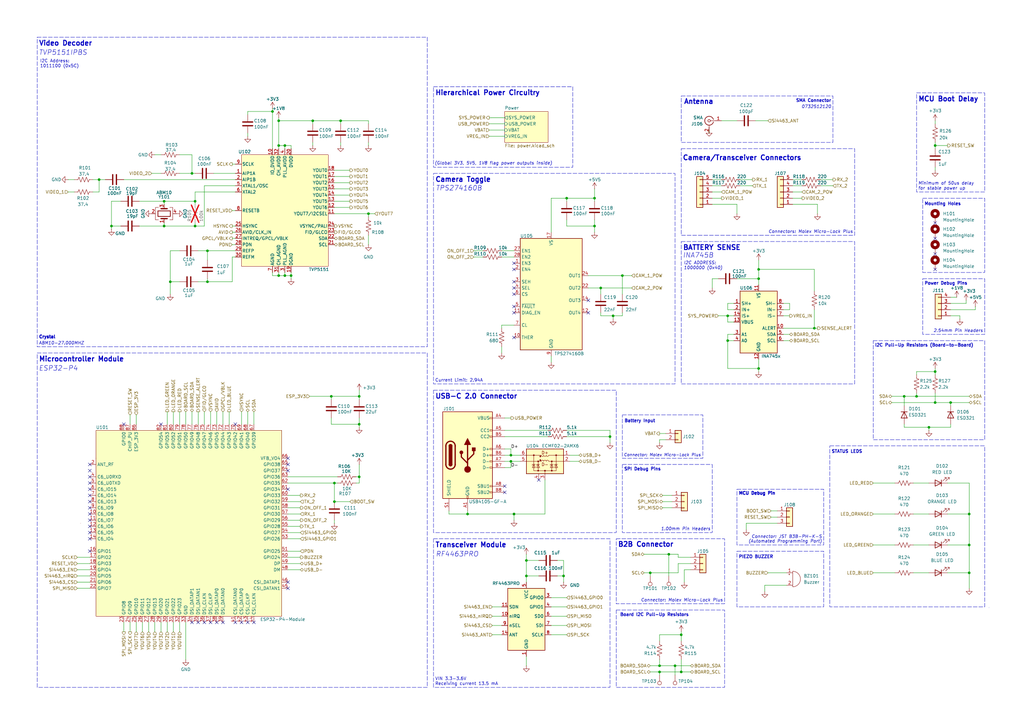
<source format=kicad_sch>
(kicad_sch (version 20250114) (generator "eeschema") (generator_version "9.0")
  (paper "A3")
  (title_block (title "CAM MK3 Schematics") (date "2026-01-24") (rev "B") (company "Illinois Space Society") (comment 3 "Andrew Dorman, Mason Miao, Kacper Paraniuk, Azalea Shillington, Mike Hung, Sahir Pagey") (comment 4 "Contributors: Eddie Tang, Rohan Das, Thomas McManamen, Chethan Karandikar, "))
  (rectangle (start 255.27 190.5) (end 292.1 218.44) (stroke (width 0) (type dash)))
  (rectangle (start 177.8 71.12) (end 276.86 157.48) (stroke (width 0) (type dash)))
  (rectangle (start 15.24 144.78) (end 175.26 281.94) (stroke (width 0) (type dash)))
  (rectangle (start 378.46 114.3) (end 403.86 137.16) (stroke (width 0) (type dash)))
  (rectangle (start 302.26 226.06) (end 337.82 248.92) (stroke (width 0) (type dash)))
  (rectangle (start 255.27 170.18) (end 288.29 187.96) (stroke (width 0) (type dash)))
  (rectangle (start 279.4 39.37) (end 341.63 58.42) (stroke (width 0) (type dash)))
  (rectangle (start 252.73 250.19) (end 297.18 281.94) (stroke (width 0) (type dash)))
  (rectangle (start 279.4 99.06) (end 350.52 157.48) (stroke (width 0) (type dash)))
  (rectangle (start 347.218 186.436) (end 347.218 186.436))
  (rectangle (start 279.4 60.96) (end 350.52 96.52) (stroke (width 0) (type dash)))
  (rectangle (start 358.14 139.7) (end 403.86 180.34) (stroke (width 0) (type dash)))
  (rectangle (start 405.638 249.174) (end 405.638 249.174))
  (rectangle (start 177.8 35.56) (end 234.95 68.58) (stroke (width 0) (type dash)))
  (rectangle (start 378.46 81.28) (end 403.86 111.76) (stroke (width 0) (type dash)))
  (rectangle (start 15.24 15.24) (end 175.26 142.24) (stroke (width 0) (type dash)))
  (rectangle (start 375.92 38.1) (end 403.86 78.74) (stroke (width 0) (type dash)))
  (rectangle (start 177.8 220.98) (end 250.19 281.94) (stroke (width 0) (type dash)))
  (rectangle (start 340.36 182.88) (end 403.86 248.92) (stroke (width 0) (type dash)))
  (rectangle (start 177.8 160.02) (end 252.73 218.44) (stroke (width 0) (type dash)))
  (rectangle (start 302.26 200.66) (end 337.82 223.52) (stroke (width 0) (type dash)))
  (rectangle (start 252.73 220.98) (end 297.18 247.65) (stroke (width 0) (type dash)))
  (text "(Automated Programming Port)" (at 337.185 222.885 0) (effects (font (size 1.27 1.27) (italic yes)) (justify right bottom)))
  (text "2.54mm Pin Headers" (at 403.225 136.525 0) (effects (font (size 1.27 1.27) (italic yes)) (justify right bottom)))
  (text "Camera Toggle" (at 178.435 74.93 0) (effects (font (size 2 2) (thickness 0.4) (bold yes)) (justify left bottom)))
  (text "PIEZO BUZZER\n" (at 302.895 229.235 0) (effects (font (size 1.27 1.27) (thickness 0.254) (bold yes)) (justify left bottom)))
  (text "SPI Debug Pins\n\n" (at 255.905 191.77 0) (effects (font (size 1.27 1.27) (thickness 0.254) (bold yes)) (justify left top)))
  (text "Video Decoder" (at 15.875 19.05 0) (effects (font (size 2 2) (thickness 0.4) (bold yes)) (justify left bottom)))
  (text "INA745B" (at 280.035 106.045 0) (effects (font (size 2 2) (italic yes)) (justify left bottom)))
  (text "Transceiver Module" (at 178.435 224.79 0) (effects (font (size 2 2) (thickness 0.4) (bold yes)) (justify left bottom)))
  (text "SMA Connector" (at 340.995 40.64 0) (effects (font (size 1.27 1.27) (thickness 0.254) (bold yes)) (justify right top)))
  (text "I2C Address:\n1011100 (0x5C)\n" (at 16.383 26.162 0) (effects (font (size 1.27 1.27)) (justify left)))
  (text "1.00mm Pin Headers" (at 291.465 217.805 0) (effects (font (size 1.27 1.27) (italic yes)) (justify right bottom)))
  (text "B2B Connector" (at 253.365 222.25 0) (effects (font (size 2 2) (thickness 0.4) (bold yes)) (justify left top)))
  (text "Connector: Molex Micro-Lock Plus" (at 296.545 247.015 0) (effects (font (size 1.27 1.27) (italic yes)) (justify right bottom)))
  (text "I2C ADDRESS:\n1000000 (0x40)" (at 280.416 110.744 0) (effects (font (size 1.27 1.27) (italic yes)) (justify left bottom)))
  (text "Power Debug Pins" (at 379.095 115.57 0) (effects (font (size 1.27 1.27) (thickness 0.254) (bold yes)) (justify left top)))
  (text "Connector: Molex Micro-Lock Plus" (at 287.528 187.452 0) (effects (font (size 1.1938 1.1938) (italic yes)) (justify right bottom)))
  (text "TPS274160B" (at 178.689 78.486 0) (effects (font (size 2 2) (italic yes)) (justify left bottom)))
  (text "USB-C 2.0 Connector" (at 178.435 163.83 0) (effects (font (size 2 2) (thickness 0.4) (bold yes)) (justify left bottom)))
  (text "ESP32-P4\n" (at 15.875 152.4 0) (effects (font (size 2 2) (italic yes)) (justify left bottom)))
  (text "MCU Debug Pin" (at 302.895 203.2 0) (effects (font (size 1.27 1.27) (thickness 0.4) (bold yes)) (justify left bottom)))
  (text "Antenna" (at 280.416 40.64 0) (effects (font (size 2 2) (thickness 0.4) (bold yes)) (justify left top)))
  (text "STATUS LEDS\n" (at 340.995 186.055 0) (effects (font (size 1.27 1.27) (thickness 0.254) (bold yes)) (justify left bottom)))
  (text "Battery Input\n\n" (at 256.032 175.514 0) (effects (font (size 1.27 1.27) (thickness 0.254) (bold yes)) (justify left bottom)))
  (text "Connector: JST B3B-PH-K-S" (at 337.185 220.98 0) (effects (font (size 1.27 1.27) (italic yes)) (justify right bottom)))
  (text "Hierarchical Power Circuitry" (at 178.435 39.37 0) (effects (font (size 2 2) (bold yes)) (justify left bottom)))
  (text "MCU Boot Delay" (at 376.555 41.91 0) (effects (font (size 2 2) (thickness 0.4) (bold yes)) (justify left bottom)))
  (text "Minimum of 50us delay\nfor stable power up\n" (at 376.555 78.105 0) (effects (font (size 1.27 1.27) (italic yes)) (justify left bottom)))
  (text "0732512120" (at 340.995 43.18 0) (effects (font (size 1.27 1.27) (italic yes)) (justify right top)))
  (text "Crystal" (at 15.875 139.065 0) (effects (font (size 1.27 1.27) (thickness 0.4) (bold yes)) (justify left bottom)))
  (text "Current Limit: 2.94A" (at 178.435 156.845 0) (effects (font (size 1.27 1.27)) (justify left bottom)))
  (text "RF4463PRO\n" (at 178.689 228.6 0) (effects (font (size 2 2) (italic yes)) (justify left bottom)))
  (text "I2C Pull-Up Resistors (Board-to-Board)" (at 358.775 140.97 0) (effects (font (size 1.27 1.27) (thickness 0.254) (bold yes)) (justify left top)))
  (text "(Global 3V3, 5V5, 1V8 flag power outputs inside)" (at 226.568 67.818 0) (effects (font (size 1.27 1.27) (italic yes)) (justify right bottom)))
  (text "BATTERY SENSE" (at 280.035 102.87 0) (effects (font (size 2 2) (thickness 0.4) (bold yes)) (justify left bottom)))
  (text "Camera/Transceiver Connectors" (at 279.908 66.04 0) (effects (font (size 2 2) (thickness 0.4) (bold yes)) (justify left bottom)))
  (text "Mounting Holes" (at 379.095 84.455 0) (effects (font (size 1.27 1.27) (thickness 0.254) (bold yes)) (justify left bottom)))
  (text "Microcontroller Module" (at 15.875 148.59 0) (effects (font (size 2 2) (thickness 0.4) (bold yes)) (justify left bottom)))
  (text "Connectors: Molex Micro-Lock Plus" (at 349.885 95.885 0) (effects (font (size 1.27 1.27) (italic yes)) (justify right bottom)))
  (text "ABM10-27.000MHZ" (at 15.875 141.605 0) (effects (font (size 1.27 1.27) (italic yes)) (justify left bottom)))
  (text "TVP5151IPBS" (at 15.875 22.86 0) (effects (font (size 2 2) (italic yes)) (justify left bottom)))
  (text "VIN 3.3-3.6V\nReceiving current 13.5 mA" (at 178.435 281.305 0) (effects (font (size 1.27 1.27)) (justify left bottom)))
  (text "Board I2C Pull-Up Resistors" (at 254.254 252.984 0) (effects (font (size 1.27 1.27) (thickness 0.254) (bold yes)) (justify left bottom)))
  (junction (at 276.86 273.05))
  (junction (at 191.77 210.82))
  (junction (at 298.45 129.54))
  (junction (at 147.32 195.58))
  (junction (at 250.19 179.07))
  (junction (at 147.32 162.56))
  (junction (at 147.32 173.99))
  (junction (at 298.45 139.7))
  (junction (at 111.76 45.72))
  (junction (at 375.92 162.56))
  (junction (at 209.55 186.69))
  (junction (at 279.4 275.59))
  (junction (at 397.51 210.82))
  (junction (at 383.54 152.4))
  (junction (at 114.3 49.53))
  (junction (at 334.01 134.62))
  (junction (at 383.54 165.1))
  (junction (at 85.09 102.87))
  (junction (at 383.54 59.69))
  (junction (at 243.84 92.71))
  (junction (at 397.51 223.52))
  (junction (at 210.82 210.82))
  (junction (at 45.72 92.71))
  (junction (at 69.85 115.57))
  (junction (at 67.31 82.55))
  (junction (at 231.14 236.22))
  (junction (at 397.51 234.95))
  (junction (at 243.84 81.28))
  (junction (at 215.9 236.22))
  (junction (at 114.3 59.69))
  (junction (at 151.13 87.63))
  (junction (at 114.3 113.03))
  (junction (at 128.27 49.53))
  (junction (at 67.31 92.71))
  (junction (at 80.01 92.71))
  (junction (at 311.15 110.49))
  (junction (at 246.38 118.11))
  (junction (at 311.15 114.3))
  (junction (at 255.27 113.03))
  (junction (at 80.01 82.55))
  (junction (at 370.84 162.56))
  (junction (at 381 175.26))
  (junction (at 137.16 205.74))
  (junction (at 119.38 113.03))
  (junction (at 40.64 73.66))
  (junction (at 389.89 165.1))
  (junction (at 251.46 129.54))
  (junction (at 232.41 81.28))
  (junction (at 137.16 198.12))
  (junction (at 270.51 273.05))
  (junction (at 209.55 189.23))
  (junction (at 274.32 227.33))
  (junction (at 311.15 151.13))
  (junction (at 78.74 71.12))
  (junction (at 270.51 275.59))
  (junction (at 116.84 113.03))
  (junction (at 215.9 229.87))
  (junction (at 266.7 234.95))
  (junction (at 135.89 162.56))
  (junction (at 85.09 115.57))
  (junction (at 279.4 260.35))
  (junction (at 139.7 49.53))
  (junction (at 116.84 59.69))
  (no_connect (at 101.6 255.27))
  (no_connect (at 36.83 190.5))
  (no_connect (at 210.82 128.27))
  (no_connect (at 383.54 91.44))
  (no_connect (at 383.54 110.49))
  (no_connect (at 210.82 118.11))
  (no_connect (at 241.3 128.27))
  (no_connect (at 36.83 200.66))
  (no_connect (at 36.83 203.2))
  (no_connect (at 99.06 255.27))
  (no_connect (at 210.82 125.73))
  (no_connect (at 118.11 241.3))
  (no_connect (at 210.82 110.49))
  (no_connect (at 78.74 255.27))
  (no_connect (at 36.83 195.58))
  (no_connect (at 86.36 255.27))
  (no_connect (at 36.83 215.9))
  (no_connect (at 220.98 196.85))
  (no_connect (at 210.82 138.43))
  (no_connect (at 50.8 173.99))
  (no_connect (at 210.82 107.95))
  (no_connect (at 36.83 218.44))
  (no_connect (at 118.11 187.96))
  (no_connect (at 118.11 238.76))
  (no_connect (at 83.82 255.27))
  (no_connect (at 210.82 115.57))
  (no_connect (at 118.11 193.04))
  (no_connect (at 36.83 193.04))
  (no_connect (at 241.3 123.19))
  (no_connect (at 36.83 226.06))
  (no_connect (at 383.54 97.79))
  (no_connect (at 104.14 255.27))
  (no_connect (at 118.11 200.66))
  (no_connect (at 36.83 198.12))
  (no_connect (at 96.52 255.27))
  (no_connect (at 383.54 104.14))
  (no_connect (at 118.11 190.5))
  (no_connect (at 207.01 201.93))
  (no_connect (at 66.04 173.99))
  (no_connect (at 210.82 120.65))
  (no_connect (at 36.83 205.74))
  (no_connect (at 91.44 255.27))
  (no_connect (at 96.52 173.99))
  (no_connect (at 36.83 213.36))
  (no_connect (at 36.83 208.28))
  (no_connect (at 81.28 255.27))
  (no_connect (at 207.01 199.39))
  (no_connect (at 36.83 210.82))
  (no_connect (at 36.83 220.98))
  (no_connect (at 88.9 255.27))
  (wire (pts (xy 53.34 259.08) (xy 53.34 255.27)))
  (wire (pts (xy 270.51 275.59) (xy 279.4 275.59)))
  (wire (pts (xy 114.3 59.69) (xy 116.84 59.69)))
  (wire (pts (xy 135.89 171.45) (xy 135.89 173.99)))
  (wire (pts (xy 375.92 162.56) (xy 370.84 162.56)))
  (wire (pts (xy 95.25 95.25) (xy 96.52 95.25)))
  (wire (pts (xy 226.06 146.05) (xy 226.06 148.59)))
  (wire (pts (xy 139.7 49.53) (xy 139.7 50.8)))
  (wire (pts (xy 123.19 226.06) (xy 118.11 226.06)))
  (wire (pts (xy 128.27 49.53) (xy 114.3 49.53)))
  (wire (pts (xy 292.1 114.3) (xy 294.64 114.3)))
  (wire (pts (xy 147.32 162.56) (xy 147.32 163.83)))
  (wire (pts (xy 233.68 189.23) (xy 237.49 189.23)))
  (wire (pts (xy 226.06 248.92) (xy 232.41 248.92)))
  (wire (pts (xy 201.93 248.92) (xy 205.74 248.92)))
  (wire (pts (xy 80.01 92.71) (xy 80.01 91.44)))
  (wire (pts (xy 209.55 189.23) (xy 213.36 189.23)))
  (wire (pts (xy 374.65 223.52) (xy 381 223.52)))
  (wire (pts (xy 246.38 129.54) (xy 251.46 129.54)))
  (wire (pts (xy 232.41 92.71) (xy 243.84 92.71)))
  (wire (pts (xy 383.54 161.29) (xy 383.54 165.1)))
  (wire (pts (xy 62.23 71.12) (xy 66.04 71.12)))
  (wire (pts (xy 246.38 129.54) (xy 246.38 128.27)))
  (wire (pts (xy 95.25 92.71) (xy 96.52 92.71)))
  (wire (pts (xy 96.52 71.12) (xy 87.63 71.12)))
  (wire (pts (xy 316.23 209.55) (xy 318.77 209.55)))
  (wire (pts (xy 290.83 54.61) (xy 290.83 53.34)))
  (wire (pts (xy 147.32 160.02) (xy 147.32 162.56)))
  (wire (pts (xy 63.5 259.08) (xy 63.5 255.27)))
  (wire (pts (xy 318.77 214.63) (xy 306.07 214.63)))
  (wire (pts (xy 114.3 48.26) (xy 114.3 49.53)))
  (wire (pts (xy 223.52 196.85) (xy 223.52 210.82)))
  (wire (pts (xy 370.84 173.99) (xy 370.84 175.26)))
  (wire (pts (xy 383.54 151.13) (xy 383.54 152.4)))
  (wire (pts (xy 83.82 92.71) (xy 83.82 76.2)))
  (wire (pts (xy 123.19 228.6) (xy 118.11 228.6)))
  (wire (pts (xy 358.14 223.52) (xy 367.03 223.52)))
  (wire (pts (xy 335.28 83.82) (xy 325.12 83.82)))
  (wire (pts (xy 123.19 205.74) (xy 118.11 205.74)))
  (wire (pts (xy 207.01 184.15) (xy 209.55 184.15)))
  (wire (pts (xy 323.85 127) (xy 323.85 124.46)))
  (wire (pts (xy 151.13 58.42) (xy 151.13 59.69)))
  (wire (pts (xy 280.67 238.76) (xy 280.67 233.68)))
  (wire (pts (xy 73.66 102.87) (xy 69.85 102.87)))
  (wire (pts (xy 137.16 85.09) (xy 143.51 85.09)))
  (wire (pts (xy 250.19 179.07) (xy 250.19 181.61)))
  (wire (pts (xy 328.93 78.74) (xy 325.12 78.74)))
  (wire (pts (xy 220.98 236.22) (xy 215.9 236.22)))
  (wire (pts (xy 209.55 186.69) (xy 213.36 186.69)))
  (wire (pts (xy 60.96 259.08) (xy 60.96 255.27)))
  (wire (pts (xy 295.91 76.2) (xy 292.1 76.2)))
  (wire (pts (xy 302.26 87.63) (xy 302.26 83.82)))
  (wire (pts (xy 139.7 49.53) (xy 151.13 49.53)))
  (wire (pts (xy 266.7 234.95) (xy 278.13 234.95)))
  (wire (pts (xy 226.06 252.73) (xy 232.41 252.73)))
  (wire (pts (xy 321.31 129.54) (xy 323.85 129.54)))
  (wire (pts (xy 334.01 110.49) (xy 311.15 110.49)))
  (wire (pts (xy 205.74 134.62) (xy 205.74 133.35)))
  (wire (pts (xy 53.34 170.18) (xy 53.34 173.99)))
  (wire (pts (xy 383.54 59.69) (xy 383.54 60.96)))
  (wire (pts (xy 276.86 273.05) (xy 283.21 273.05)))
  (wire (pts (xy 207.01 176.53) (xy 224.79 176.53)))
  (wire (pts (xy 205.74 102.87) (xy 210.82 102.87)))
  (wire (pts (xy 201.93 252.73) (xy 205.74 252.73)))
  (wire (pts (xy 137.16 87.63) (xy 151.13 87.63)))
  (wire (pts (xy 111.76 113.03) (xy 111.76 111.76)))
  (wire (pts (xy 323.85 137.16) (xy 321.31 137.16)))
  (wire (pts (xy 243.84 82.55) (xy 243.84 81.28)))
  (wire (pts (xy 55.88 170.18) (xy 55.88 173.99)))
  (wire (pts (xy 147.32 198.12) (xy 147.32 195.58)))
  (wire (pts (xy 147.32 173.99) (xy 147.32 175.26)))
  (wire (pts (xy 226.06 256.54) (xy 232.41 256.54)))
  (wire (pts (xy 232.41 92.71) (xy 232.41 90.17)))
  (wire (pts (xy 295.91 73.66) (xy 292.1 73.66)))
  (wire (pts (xy 135.89 162.56) (xy 135.89 163.83)))
  (wire (pts (xy 255.27 129.54) (xy 255.27 128.27)))
  (wire (pts (xy 81.28 168.91) (xy 81.28 173.99)))
  (wire (pts (xy 274.32 227.33) (xy 278.13 227.33)))
  (wire (pts (xy 251.46 129.54) (xy 255.27 129.54)))
  (wire (pts (xy 231.14 229.87) (xy 228.6 229.87)))
  (wire (pts (xy 207.01 186.69) (xy 209.55 186.69)))
  (wire (pts (xy 321.31 127) (xy 323.85 127)))
  (wire (pts (xy 389.89 124.46) (xy 396.24 124.46)))
  (wire (pts (xy 335.28 87.63) (xy 335.28 83.82)))
  (wire (pts (xy 266.7 273.05) (xy 270.51 273.05)))
  (wire (pts (xy 328.93 76.2) (xy 325.12 76.2)))
  (wire (pts (xy 370.84 162.56) (xy 370.84 166.37)))
  (wire (pts (xy 215.9 236.22) (xy 215.9 238.76)))
  (wire (pts (xy 119.38 113.03) (xy 119.38 114.3)))
  (wire (pts (xy 215.9 227.33) (xy 215.9 229.87)))
  (wire (pts (xy 95.25 105.41) (xy 95.25 115.57)))
  (wire (pts (xy 374.65 210.82) (xy 381 210.82)))
  (wire (pts (xy 370.84 175.26) (xy 381 175.26)))
  (wire (pts (xy 298.45 139.7) (xy 298.45 151.13)))
  (wire (pts (xy 292.1 118.11) (xy 292.1 114.3)))
  (wire (pts (xy 151.13 49.53) (xy 151.13 50.8)))
  (wire (pts (xy 311.15 152.4) (xy 311.15 151.13)))
  (wire (pts (xy 45.72 92.71) (xy 49.53 92.71)))
  (wire (pts (xy 78.74 168.91) (xy 78.74 173.99)))
  (wire (pts (xy 40.64 73.66) (xy 40.64 78.74)))
  (wire (pts (xy 200.66 53.34) (xy 207.01 53.34)))
  (wire (pts (xy 374.65 234.95) (xy 381 234.95)))
  (wire (pts (xy 99.06 168.91) (xy 99.06 173.99)))
  (wire (pts (xy 246.38 118.11) (xy 259.08 118.11)))
  (wire (pts (xy 71.12 168.91) (xy 71.12 173.99)))
  (wire (pts (xy 279.4 275.59) (xy 283.21 275.59)))
  (wire (pts (xy 375.92 161.29) (xy 375.92 162.56)))
  (wire (pts (xy 232.41 81.28) (xy 232.41 82.55)))
  (wire (pts (xy 209.55 184.15) (xy 209.55 186.69)))
  (wire (pts (xy 78.74 71.12) (xy 80.01 71.12)))
  (wire (pts (xy 220.98 229.87) (xy 215.9 229.87)))
  (wire (pts (xy 396.24 124.46) (xy 396.24 123.19)))
  (wire (pts (xy 71.12 259.08) (xy 71.12 255.27)))
  (wire (pts (xy 45.72 92.71) (xy 45.72 93.98)))
  (wire (pts (xy 205.74 105.41) (xy 210.82 105.41)))
  (wire (pts (xy 279.4 259.08) (xy 279.4 260.35)))
  (wire (pts (xy 184.15 209.55) (xy 184.15 210.82)))
  (wire (pts (xy 243.84 92.71) (xy 243.84 95.25)))
  (wire (pts (xy 232.41 176.53) (xy 250.19 176.53)))
  (wire (pts (xy 374.65 198.12) (xy 381 198.12)))
  (wire (pts (xy 231.14 236.22) (xy 228.6 236.22)))
  (wire (pts (xy 231.14 238.76) (xy 231.14 236.22)))
  (wire (pts (xy 375.92 162.56) (xy 397.51 162.56)))
  (wire (pts (xy 270.51 262.89) (xy 270.51 260.35)))
  (wire (pts (xy 215.9 269.24) (xy 215.9 273.05)))
  (wire (pts (xy 358.14 234.95) (xy 367.03 234.95)))
  (wire (pts (xy 278.13 231.14) (xy 283.21 231.14)))
  (wire (pts (xy 135.89 173.99) (xy 147.32 173.99)))
  (wire (pts (xy 85.09 106.68) (xy 85.09 102.87)))
  (wire (pts (xy 393.7 129.54) (xy 389.89 129.54)))
  (wire (pts (xy 298.45 129.54) (xy 294.64 129.54)))
  (wire (pts (xy 116.84 59.69) (xy 119.38 59.69)))
  (wire (pts (xy 147.32 171.45) (xy 147.32 173.99)))
  (wire (pts (xy 270.51 260.35) (xy 279.4 260.35)))
  (wire (pts (xy 81.28 102.87) (xy 85.09 102.87)))
  (wire (pts (xy 127 162.56) (xy 135.89 162.56)))
  (wire (pts (xy 73.66 63.5) (xy 78.74 63.5)))
  (wire (pts (xy 85.09 115.57) (xy 85.09 114.3)))
  (wire (pts (xy 128.27 49.53) (xy 128.27 50.8)))
  (wire (pts (xy 153.67 87.63) (xy 151.13 87.63)))
  (wire (pts (xy 270.51 177.8) (xy 273.05 177.8)))
  (wire (pts (xy 397.51 234.95) (xy 388.62 234.95)))
  (wire (pts (xy 397.51 198.12) (xy 388.62 198.12)))
  (wire (pts (xy 114.3 59.69) (xy 114.3 60.96)))
  (wire (pts (xy 191.77 210.82) (xy 184.15 210.82)))
  (wire (pts (xy 123.19 203.2) (xy 118.11 203.2)))
  (wire (pts (xy 278.13 228.6) (xy 278.13 227.33)))
  (wire (pts (xy 137.16 213.36) (xy 137.16 214.63)))
  (wire (pts (xy 146.05 198.12) (xy 147.32 198.12)))
  (wire (pts (xy 231.14 229.87) (xy 231.14 236.22)))
  (wire (pts (xy 119.38 111.76) (xy 119.38 113.03)))
  (wire (pts (xy 119.38 59.69) (xy 119.38 60.96)))
  (wire (pts (xy 300.99 129.54) (xy 298.45 129.54)))
  (wire (pts (xy 95.25 115.57) (xy 85.09 115.57)))
  (wire (pts (xy 270.51 276.86) (xy 270.51 275.59)))
  (wire (pts (xy 313.69 240.03) (xy 313.69 242.57)))
  (wire (pts (xy 137.16 74.93) (xy 143.51 74.93)))
  (wire (pts (xy 67.31 82.55) (xy 67.31 83.82)))
  (wire (pts (xy 295.91 78.74) (xy 292.1 78.74)))
  (wire (pts (xy 114.3 113.03) (xy 114.3 111.76)))
  (wire (pts (xy 111.76 44.45) (xy 111.76 45.72)))
  (wire (pts (xy 241.3 118.11) (xy 246.38 118.11)))
  (wire (pts (xy 358.14 210.82) (xy 367.03 210.82)))
  (wire (pts (xy 375.92 152.4) (xy 383.54 152.4)))
  (wire (pts (xy 27.94 73.66) (xy 30.48 73.66)))
  (wire (pts (xy 67.31 91.44) (xy 67.31 92.71)))
  (wire (pts (xy 270.51 180.34) (xy 273.05 180.34)))
  (wire (pts (xy 31.75 238.76) (xy 36.83 238.76)))
  (wire (pts (xy 389.89 175.26) (xy 381 175.26)))
  (wire (pts (xy 27.94 78.74) (xy 30.48 78.74)))
  (wire (pts (xy 279.4 260.35) (xy 279.4 262.89)))
  (wire (pts (xy 233.68 186.69) (xy 237.49 186.69)))
  (wire (pts (xy 73.66 259.08) (xy 73.66 255.27)))
  (wire (pts (xy 397.51 210.82) (xy 388.62 210.82)))
  (wire (pts (xy 298.45 137.16) (xy 298.45 139.7)))
  (wire (pts (xy 278.13 228.6) (xy 283.21 228.6)))
  (wire (pts (xy 114.3 49.53) (xy 114.3 59.69)))
  (wire (pts (xy 137.16 198.12) (xy 138.43 198.12)))
  (wire (pts (xy 383.54 68.58) (xy 383.54 69.85)))
  (wire (pts (xy 58.42 259.08) (xy 58.42 255.27)))
  (wire (pts (xy 80.01 78.74) (xy 96.52 78.74)))
  (wire (pts (xy 80.01 78.74) (xy 80.01 82.55)))
  (wire (pts (xy 381 176.53) (xy 381 175.26)))
  (wire (pts (xy 271.78 205.74) (xy 275.59 205.74)))
  (wire (pts (xy 246.38 118.11) (xy 246.38 120.65)))
  (wire (pts (xy 243.84 92.71) (xy 243.84 90.17)))
  (wire (pts (xy 300.99 137.16) (xy 298.45 137.16)))
  (wire (pts (xy 389.89 121.92) (xy 392.43 121.92)))
  (wire (pts (xy 137.16 72.39) (xy 143.51 72.39)))
  (wire (pts (xy 123.19 208.28) (xy 118.11 208.28)))
  (wire (pts (xy 137.16 80.01) (xy 143.51 80.01)))
  (wire (pts (xy 383.54 58.42) (xy 383.54 59.69)))
  (wire (pts (xy 69.85 115.57) (xy 73.66 115.57)))
  (wire (pts (xy 358.14 198.12) (xy 367.03 198.12)))
  (wire (pts (xy 95.25 86.36) (xy 96.52 86.36)))
  (wire (pts (xy 38.1 78.74) (xy 40.64 78.74)))
  (wire (pts (xy 298.45 139.7) (xy 300.99 139.7)))
  (wire (pts (xy 67.31 82.55) (xy 80.01 82.55)))
  (wire (pts (xy 255.27 113.03) (xy 259.08 113.03)))
  (wire (pts (xy 114.3 113.03) (xy 111.76 113.03)))
  (wire (pts (xy 73.66 71.12) (xy 78.74 71.12)))
  (wire (pts (xy 207.01 179.07) (xy 224.79 179.07)))
  (wire (pts (xy 45.72 82.55) (xy 45.72 92.71)))
  (wire (pts (xy 118.11 198.12) (xy 137.16 198.12)))
  (wire (pts (xy 101.6 54.61) (xy 101.6 55.88)))
  (wire (pts (xy 389.89 165.1) (xy 397.51 165.1)))
  (wire (pts (xy 146.05 195.58) (xy 147.32 195.58)))
  (wire (pts (xy 57.15 82.55) (xy 67.31 82.55)))
  (wire (pts (xy 325.12 81.28) (xy 328.93 81.28)))
  (wire (pts (xy 397.51 241.3) (xy 397.51 234.95)))
  (wire (pts (xy 321.31 124.46) (xy 323.85 124.46)))
  (wire (pts (xy 137.16 82.55) (xy 143.51 82.55)))
  (wire (pts (xy 314.96 234.95) (xy 322.58 234.95)))
  (wire (pts (xy 383.54 165.1) (xy 389.89 165.1)))
  (wire (pts (xy 209.55 171.45) (xy 207.01 171.45)))
  (wire (pts (xy 210.82 210.82) (xy 223.52 210.82)))
  (wire (pts (xy 118.11 233.68) (xy 123.19 233.68)))
  (wire (pts (xy 243.84 77.47) (xy 243.84 81.28)))
  (wire (pts (xy 298.45 151.13) (xy 311.15 151.13)))
  (wire (pts (xy 88.9 168.91) (xy 88.9 173.99)))
  (wire (pts (xy 123.19 213.36) (xy 118.11 213.36)))
  (wire (pts (xy 104.14 168.91) (xy 104.14 173.99)))
  (wire (pts (xy 365.76 165.1) (xy 383.54 165.1)))
  (wire (pts (xy 80.01 92.71) (xy 83.82 92.71)))
  (wire (pts (xy 295.91 49.53) (xy 302.26 49.53)))
  (wire (pts (xy 139.7 58.42) (xy 139.7 59.69)))
  (wire (pts (xy 101.6 45.72) (xy 111.76 45.72)))
  (wire (pts (xy 383.54 152.4) (xy 383.54 153.67)))
  (wire (pts (xy 119.38 113.03) (xy 116.84 113.03)))
  (wire (pts (xy 123.19 215.9) (xy 118.11 215.9)))
  (wire (pts (xy 68.58 259.08) (xy 68.58 255.27)))
  (wire (pts (xy 123.19 218.44) (xy 118.11 218.44)))
  (wire (pts (xy 137.16 198.12) (xy 137.16 205.74)))
  (wire (pts (xy 302.26 114.3) (xy 311.15 114.3)))
  (wire (pts (xy 78.74 63.5) (xy 78.74 71.12)))
  (wire (pts (xy 68.58 168.91) (xy 68.58 173.99)))
  (wire (pts (xy 383.54 59.69) (xy 388.62 59.69)))
  (wire (pts (xy 215.9 229.87) (xy 215.9 236.22)))
  (wire (pts (xy 123.19 210.82) (xy 118.11 210.82)))
  (wire (pts (xy 31.75 231.14) (xy 36.83 231.14)))
  (wire (pts (xy 389.89 166.37) (xy 389.89 165.1)))
  (wire (pts (xy 270.51 181.61) (xy 270.51 180.34)))
  (wire (pts (xy 271.78 208.28) (xy 275.59 208.28)))
  (wire (pts (xy 226.06 81.28) (xy 226.06 95.25)))
  (wire (pts (xy 316.23 212.09) (xy 318.77 212.09)))
  (wire (pts (xy 271.78 203.2) (xy 275.59 203.2)))
  (wire (pts (xy 280.67 233.68) (xy 283.21 233.68)))
  (wire (pts (xy 95.25 67.31) (xy 96.52 67.31)))
  (wire (pts (xy 50.8 259.08) (xy 50.8 255.27)))
  (wire (pts (xy 95.25 100.33) (xy 96.52 100.33)))
  (wire (pts (xy 334.01 134.62) (xy 334.01 127)))
  (wire (pts (xy 83.82 76.2) (xy 96.52 76.2)))
  (wire (pts (xy 85.09 102.87) (xy 96.52 102.87)))
  (wire (pts (xy 200.66 50.8) (xy 207.01 50.8)))
  (wire (pts (xy 279.4 270.51) (xy 279.4 275.59)))
  (wire (pts (xy 270.51 273.05) (xy 276.86 273.05)))
  (wire (pts (xy 393.7 129.54) (xy 393.7 130.81)))
  (wire (pts (xy 45.72 82.55) (xy 49.53 82.55)))
  (wire (pts (xy 210.82 210.82) (xy 191.77 210.82)))
  (wire (pts (xy 147.32 190.5) (xy 147.32 195.58)))
  (wire (pts (xy 91.44 168.91) (xy 91.44 173.99)))
  (wire (pts (xy 93.98 168.91) (xy 93.98 173.99)))
  (wire (pts (xy 292.1 81.28) (xy 295.91 81.28)))
  (wire (pts (xy 341.63 76.2) (xy 336.55 76.2)))
  (wire (pts (xy 311.15 110.49) (xy 311.15 114.3)))
  (wire (pts (xy 128.27 59.69) (xy 128.27 58.42)))
  (wire (pts (xy 400.05 127) (xy 389.89 127)))
  (wire (pts (xy 31.75 241.3) (xy 36.83 241.3)))
  (wire (pts (xy 96.52 105.41) (xy 95.25 105.41)))
  (wire (pts (xy 276.86 276.86) (xy 276.86 273.05)))
  (wire (pts (xy 264.16 227.33) (xy 274.32 227.33)))
  (wire (pts (xy 300.99 132.08) (xy 298.45 132.08)))
  (wire (pts (xy 226.06 81.28) (xy 232.41 81.28)))
  (wire (pts (xy 266.7 275.59) (xy 270.51 275.59)))
  (wire (pts (xy 328.93 73.66) (xy 325.12 73.66)))
  (wire (pts (xy 311.15 110.49) (xy 311.15 106.68)))
  (wire (pts (xy 298.45 129.54) (xy 298.45 132.08)))
  (wire (pts (xy 151.13 87.63) (xy 151.13 88.9)))
  (wire (pts (xy 63.5 63.5) (xy 66.04 63.5)))
  (wire (pts (xy 194.31 105.41) (xy 198.12 105.41)))
  (wire (pts (xy 83.82 168.91) (xy 83.82 173.99)))
  (wire (pts (xy 86.36 168.91) (xy 86.36 173.99)))
  (wire (pts (xy 397.51 223.52) (xy 388.62 223.52)))
  (wire (pts (xy 118.11 195.58) (xy 138.43 195.58)))
  (wire (pts (xy 101.6 168.91) (xy 101.6 173.99)))
  (wire (pts (xy 31.75 233.68) (xy 36.83 233.68)))
  (wire (pts (xy 111.76 45.72) (xy 111.76 60.96)))
  (wire (pts (xy 128.27 49.53) (xy 139.7 49.53)))
  (wire (pts (xy 241.3 113.03) (xy 255.27 113.03)))
  (wire (pts (xy 69.85 102.87) (xy 69.85 115.57)))
  (wire (pts (xy 123.19 220.98) (xy 118.11 220.98)))
  (wire (pts (xy 137.16 77.47) (xy 143.51 77.47)))
  (wire (pts (xy 209.55 191.77) (xy 209.55 189.23)))
  (wire (pts (xy 200.66 48.26) (xy 207.01 48.26)))
  (wire (pts (xy 200.66 55.88) (xy 207.01 55.88)))
  (wire (pts (xy 334.01 119.38) (xy 334.01 110.49)))
  (wire (pts (xy 118.11 231.14) (xy 123.19 231.14)))
  (wire (pts (xy 31.75 236.22) (xy 36.83 236.22)))
  (wire (pts (xy 397.51 234.95) (xy 397.51 223.52)))
  (wire (pts (xy 207.01 191.77) (xy 209.55 191.77)))
  (wire (pts (xy 250.19 176.53) (xy 250.19 179.07)))
  (wire (pts (xy 226.06 245.11) (xy 232.41 245.11)))
  (wire (pts (xy 383.54 49.53) (xy 383.54 50.8)))
  (wire (pts (xy 298.45 127) (xy 300.99 127)))
  (wire (pts (xy 55.88 259.08) (xy 55.88 255.27)))
  (wire (pts (xy 73.66 168.91) (xy 73.66 173.99)))
  (wire (pts (xy 137.16 205.74) (xy 143.51 205.74)))
  (wire (pts (xy 207.01 189.23) (xy 209.55 189.23)))
  (wire (pts (xy 205.74 142.24) (xy 205.74 144.78)))
  (wire (pts (xy 311.15 114.3) (xy 311.15 116.84)))
  (wire (pts (xy 321.31 139.7) (xy 323.85 139.7)))
  (wire (pts (xy 274.32 236.22) (xy 274.32 227.33)))
  (wire (pts (xy 309.88 49.53) (xy 314.96 49.53)))
  (wire (pts (xy 57.15 92.71) (xy 67.31 92.71)))
  (wire (pts (xy 341.63 73.66) (xy 336.55 73.66)))
  (wire (pts (xy 137.16 69.85) (xy 143.51 69.85)))
  (wire (pts (xy 40.64 73.66) (xy 43.18 73.66)))
  (wire (pts (xy 322.58 240.03) (xy 313.69 240.03)))
  (wire (pts (xy 69.85 120.65) (xy 69.85 115.57)))
  (wire (pts (xy 264.16 234.95) (xy 266.7 234.95)))
  (wire (pts (xy 205.74 133.35) (xy 210.82 133.35)))
  (wire (pts (xy 389.89 173.99) (xy 389.89 175.26)))
  (wire (pts (xy 370.84 162.56) (xy 365.76 162.56)))
  (wire (pts (xy 298.45 124.46) (xy 298.45 127)))
  (wire (pts (xy 251.46 129.54) (xy 251.46 130.81)))
  (wire (pts (xy 308.61 76.2) (xy 303.53 76.2)))
  (wire (pts (xy 76.2 255.27) (xy 76.2 270.51)))
  (wire (pts (xy 210.82 210.82) (xy 210.82 213.36)))
  (wire (pts (xy 397.51 223.52) (xy 397.51 210.82)))
  (wire (pts (xy 191.77 209.55) (xy 191.77 210.82)))
  (wire (pts (xy 76.2 168.91) (xy 76.2 173.99)))
  (wire (pts (xy 400.05 125.73) (xy 400.05 127)))
  (wire (pts (xy 135.89 162.56) (xy 147.32 162.56)))
  (wire (pts (xy 397.51 210.82) (xy 397.51 198.12)))
  (wire (pts (xy 151.13 96.52) (xy 151.13 100.33)))
  (wire (pts (xy 116.84 113.03) (xy 116.84 111.76)))
  (wire (pts (xy 116.84 113.03) (xy 114.3 113.03)))
  (wire (pts (xy 66.04 259.08) (xy 66.04 255.27)))
  (wire (pts (xy 201.93 256.54) (xy 205.74 256.54)))
  (wire (pts (xy 300.99 124.46) (xy 298.45 124.46)))
  (wire (pts (xy 302.26 83.82) (xy 292.1 83.82)))
  (wire (pts (xy 31.75 228.6) (xy 36.83 228.6)))
  (wire (pts (xy 270.51 270.51) (xy 270.51 273.05)))
  (wire (pts (xy 250.19 179.07) (xy 232.41 179.07)))
  (wire (pts (xy 375.92 153.67) (xy 375.92 152.4)))
  (wire (pts (xy 67.31 92.71) (xy 80.01 92.71)))
  (wire (pts (xy 201.93 260.35) (xy 205.74 260.35)))
  (wire (pts (xy 311.15 147.32) (xy 311.15 151.13)))
  (wire (pts (xy 266.7 236.22) (xy 266.7 234.95)))
  (wire (pts (xy 38.1 73.66) (xy 40.64 73.66)))
  (wire (pts (xy 255.27 113.03) (xy 255.27 120.65)))
  (wire (pts (xy 243.84 81.28) (xy 232.41 81.28)))
  (wire (pts (xy 95.25 97.79) (xy 96.52 97.79)))
  (wire (pts (xy 335.28 134.62) (xy 334.01 134.62)))
  (wire (pts (xy 278.13 231.14) (xy 278.13 234.95)))
  (wire (pts (xy 308.61 73.66) (xy 303.53 73.66)))
  (wire (pts (xy 194.31 102.87) (xy 198.12 102.87)))
  (wire (pts (xy 50.8 73.66) (xy 96.52 73.66)))
  (wire (pts (xy 101.6 45.72) (xy 101.6 46.99)))
  (wire (pts (xy 226.06 260.35) (xy 232.41 260.35)))
  (wire (pts (xy 306.07 214.63) (xy 306.07 217.17)))
  (wire (pts (xy 321.31 134.62) (xy 334.01 134.62)))
  (wire (pts (xy 116.84 59.69) (xy 116.84 60.96)))
  (wire (pts (xy 80.01 82.55) (xy 80.01 83.82)))
  (wire (pts (xy 81.28 115.57) (xy 85.09 115.57)))
  (label "D-" (at 209.55 191.77 0))
  (label "D+" (at 209.55 184.15 0))
  (hierarchical_label "YOUT6" (shape output) (at 143.51 85.09 0))
  (hierarchical_label "SDA" (shape bidirectional) (at 365.76 162.56 180))
  (hierarchical_label "ESP_3V3" (shape input) (at 55.88 170.18 90))
  (hierarchical_label "YOUT7" (shape input) (at 55.88 259.08 270))
  (hierarchical_label "BOARD_SDA" (shape bidirectional) (at 266.7 273.05 180))
  (hierarchical_label "BUZZER" (shape output) (at 123.19 228.6 0))
  (hierarchical_label "VREG_IN" (shape output) (at 323.85 129.54 0))
  (hierarchical_label "VBAT" (shape output) (at 270.51 177.8 180))
  (hierarchical_label "SCL" (shape bidirectional) (at 397.51 165.1 0))
  (hierarchical_label "YOUT3" (shape output) (at 143.51 77.47 0))
  (hierarchical_label "BOARD_SDA" (shape bidirectional) (at 283.21 273.05 0))
  (hierarchical_label "VIDEO_1" (shape output) (at 295.91 81.28 0))
  (hierarchical_label "ON_OFF_1" (shape input) (at 194.31 102.87 180))
  (hierarchical_label "RX_2" (shape output) (at 123.19 203.2 0))
  (hierarchical_label "BOOT_SW" (shape input) (at 316.23 209.55 180))
  (hierarchical_label "GPCL{slash}VBLK" (shape output) (at 95.25 97.79 180))
  (hierarchical_label "TX_2" (shape input) (at 123.19 205.74 0))
  (hierarchical_label "Si4463_nIRQ" (shape input) (at 201.93 252.73 180))
  (hierarchical_label "SYS_POWER" (shape output) (at 200.66 48.26 180))
  (hierarchical_label "CAM_2_POW" (shape input) (at 259.08 118.11 0))
  (hierarchical_label "RX_1" (shape output) (at 308.61 73.66 0))
  (hierarchical_label "VREG_IN" (shape input) (at 200.66 55.88 180))
  (hierarchical_label "Si4463_GPIO0" (shape input) (at 123.19 218.44 0))
  (hierarchical_label "BOARD_SDA" (shape bidirectional) (at 137.16 97.79 0))
  (hierarchical_label "ON_OFF_2" (shape input) (at 194.31 105.41 180))
  (hierarchical_label "LED_ORANGE" (shape output) (at 71.12 168.91 90))
  (hierarchical_label "SCL" (shape bidirectional) (at 101.6 168.91 90))
  (hierarchical_label "SYS_POWER" (shape input) (at 294.64 129.54 180))
  (hierarchical_label "SENSE_ALERT" (shape output) (at 81.28 168.91 90))
  (hierarchical_label "BUZZER" (shape input) (at 314.96 234.95 180))
  (hierarchical_label "Si4463_GPIO0" (shape input) (at 232.41 245.11 0))
  (hierarchical_label "YOUT2" (shape input) (at 68.58 259.08 270))
  (hierarchical_label "VIDEO_2" (shape output) (at 328.93 81.28 0))
  (hierarchical_label "RX_2" (shape output) (at 341.63 73.66 0))
  (hierarchical_label "LED_GREEN" (shape input) (at 358.14 223.52 180))
  (hierarchical_label "YOUT4" (shape output) (at 143.51 80.01 0))
  (hierarchical_label "BOARD_SCL" (shape bidirectional) (at 266.7 275.59 180))
  (hierarchical_label "USB_POWER" (shape output) (at 209.55 171.45 0))
  (hierarchical_label "LED_ORANGE" (shape input) (at 358.14 210.82 180))
  (hierarchical_label "SCL" (shape bidirectional) (at 264.16 234.95 180))
  (hierarchical_label "Si4463_nIRQ" (shape input) (at 31.75 236.22 180))
  (hierarchical_label "Si4463_EN" (shape input) (at 31.75 233.68 180))
  (hierarchical_label "SPI_MOSI" (shape bidirectional) (at 271.78 205.74 180))
  (hierarchical_label "SPI_MOSI" (shape output) (at 50.8 259.08 270))
  (hierarchical_label "YOUT0" (shape input) (at 73.66 259.08 270))
  (hierarchical_label "Si4463_CS" (shape input) (at 31.75 238.76 180))
  (hierarchical_label "YOUT5" (shape output) (at 143.51 82.55 0))
  (hierarchical_label "USB_D+" (shape bidirectional) (at 123.19 231.14 0))
  (hierarchical_label "TX_1" (shape output) (at 123.19 215.9 0))
  (hierarchical_label "FID{slash}GLCO" (shape input) (at 83.82 168.91 90))
  (hierarchical_label "Si4463_GPIO1" (shape input) (at 123.19 220.98 0))
  (hierarchical_label "LED_RED" (shape output) (at 73.66 168.91 90))
  (hierarchical_label "YOUT4" (shape input) (at 63.5 259.08 270))
  (hierarchical_label "HSYNC" (shape output) (at 95.25 92.71 180))
  (hierarchical_label "Si4463_GPIO1" (shape input) (at 232.41 248.92 0))
  (hierarchical_label "YOUT6" (shape input) (at 58.42 259.08 270))
  (hierarchical_label "RESET_SW" (shape input) (at 53.34 170.18 90))
  (hierarchical_label "SDA" (shape bidirectional) (at 104.14 168.91 90))
  (hierarchical_label "BOARD_SDA" (shape bidirectional) (at 78.74 168.91 90))
  (hierarchical_label "RESET_SW" (shape output) (at 388.62 59.69 0))
  (hierarchical_label "SCLK" (shape output) (at 95.25 67.31 180))
  (hierarchical_label "YOUT0" (shape output) (at 143.51 69.85 0))
  (hierarchical_label "BOOT_SW" (shape input) (at 143.51 205.74 0))
  (hierarchical_label "YOUT1" (shape output) (at 143.51 72.39 0))
  (hierarchical_label "YOUT3" (shape input) (at 66.04 259.08 270))
  (hierarchical_label "BOARD_SCL" (shape bidirectional) (at 323.85 139.7 0))
  (hierarchical_label "VSYNC" (shape output) (at 137.16 92.71 0))
  (hierarchical_label "BOARD_SCL" (shape bidirectional) (at 137.16 100.33 0))
  (hierarchical_label "GPCL{slash}VBLK" (shape input) (at 91.44 168.91 90))
  (hierarchical_label "Si4463_EN" (shape input) (at 201.93 248.92 180))
  (hierarchical_label "USB_POWER" (shape input) (at 200.66 50.8 180))
  (hierarchical_label "RX_1" (shape input) (at 123.19 210.82 0))
  (hierarchical_label "SPI_MISO" (shape input) (at 232.41 252.73 0))
  (hierarchical_label "SPI_MISO" (shape bidirectional) (at 271.78 208.28 180))
  (hierarchical_label "YOUT7" (shape input) (at 153.67 87.63 0))
  (hierarchical_label "Si4463_CS" (shape input) (at 201.93 256.54 180))
  (hierarchical_label "BOARD_SCL" (shape bidirectional) (at 76.2 168.91 90))
  (hierarchical_label "RESET_VD" (shape input) (at 95.25 86.36 180))
  (hierarchical_label "USB_D-" (shape bidirectional) (at 123.19 233.68 0))
  (hierarchical_label "RESET_VD" (shape input) (at 31.75 231.14 180))
  (hierarchical_label "LED_GREEN" (shape output) (at 68.58 168.91 90))
  (hierarchical_label "SPI_MISO" (shape input) (at 31.75 241.3 180))
  (hierarchical_label "SCL" (shape bidirectional) (at 365.76 165.1 180))
  (hierarchical_label "VIDEO_1" (shape input) (at 27.94 78.74 180))
  (hierarchical_label "LED_BLUE" (shape output) (at 93.98 168.91 90))
  (hierarchical_label "BOARD_SCL" (shape bidirectional) (at 283.21 275.59 0))
  (hierarchical_label "SPI_MOSI" (shape input) (at 232.41 256.54 0))
  (hierarchical_label "LED_RED" (shape input) (at 358.14 198.12 180))
  (hierarchical_label "SCLK" (shape input) (at 31.75 228.6 180))
  (hierarchical_label "USB_D-" (shape bidirectional) (at 237.49 189.23 0))
  (hierarchical_label "PDN" (shape input) (at 123.19 226.06 0))
  (hierarchical_label "Si4463_ANT" (shape input) (at 314.96 49.53 0))
  (hierarchical_label "CAM_1_POW" (shape input) (at 295.91 78.74 0))
  (hierarchical_label "HSYNC" (shape input) (at 99.06 168.91 90))
  (hierarchical_label "VSYNC" (shape input) (at 86.36 168.91 90))
  (hierarchical_label "SPI_SCK" (shape output) (at 53.34 259.08 270))
  (hierarchical_label "Si4463_ANT" (shape input) (at 201.93 260.35 180))
  (hierarchical_label "CAM_2_POW" (shape input) (at 328.93 78.74 0))
  (hierarchical_label "ON_OFF_2" (shape output) (at 123.19 213.36 0))
  (hierarchical_label "YOUT2" (shape output) (at 143.51 74.93 0))
  (hierarchical_label "RESET_SW" (shape input) (at 316.23 212.09 180))
  (hierarchical_label "SDA" (shape bidirectional) (at 264.16 227.33 180))
  (hierarchical_label "BOARD_SDA" (shape bidirectional) (at 323.85 137.16 0))
  (hierarchical_label "SPI_SCK" (shape input) (at 232.41 260.35 0))
  (hierarchical_label "CAM_1_POW" (shape input) (at 259.08 113.03 0))
  (hierarchical_label "AVID" (shape input) (at 88.9 168.91 90))
  (hierarchical_label "PDN" (shape input) (at 95.25 100.33 180))
  (hierarchical_label "ESP_3V3" (shape input) (at 127 162.56 180))
  (hierarchical_label "LED_BLUE" (shape input) (at 358.14 234.95 180))
  (hierarchical_label "SENSE_ALERT" (shape output) (at 335.28 134.62 0))
  (hierarchical_label "AVID" (shape output) (at 95.25 95.25 180))
  (hierarchical_label "TX_1" (shape input) (at 308.61 76.2 0))
  (hierarchical_label "SDA" (shape bidirectional) (at 397.51 162.56 0))
  (hierarchical_label "YOUT5" (shape input) (at 60.96 259.08 270))
  (hierarchical_label "ON_OFF_1" (shape output) (at 123.19 208.28 0))
  (hierarchical_label "FID{slash}GLCO" (shape output) (at 137.16 95.25 0))
  (hierarchical_label "SPI_SCK" (shape bidirectional) (at 271.78 203.2 180))
  (hierarchical_label "VIDEO_2" (shape input) (at 62.23 71.12 180))
  (hierarchical_label "TX_2" (shape input) (at 341.63 76.2 0))
  (hierarchical_label "VBAT" (shape input) (at 200.66 53.34 180))
  (hierarchical_label "USB_D+" (shape bidirectional) (at 237.49 186.69 0))
  (hierarchical_label "YOUT1" (shape input) (at 71.12 259.08 270))
  (symbol (lib_id "power:GND") (at 383.54 69.85 0) (unit 1)
    (property "Reference" "#PWR0143" (effects (hide yes)))
    (property "Value" "GND" (effects (hide yes)))
  )
  (symbol (lib_id "Device:C") (at 53.34 82.55 90) (unit 1)
    (property "Reference" "C102" (at 54.102 77.47 90))
    (property "Value" "19pF" (at 54.102 79.248 90))
    (property "Footprint" "Capacitor_SMD:C_0603_1608Metric" (effects (hide yes)))
    (property "Description" "Unpolarized capacitor" (effects (hide yes)))
  )
  (symbol (lib_name "GND_9") (lib_id "power:GND") (at 45.72 93.98 0) (unit 1)
    (property "Reference" "#PWR0102" (effects (hide yes)))
    (property "Value" "GND" (at 49.276 95.758 0))
    (property "Description" "Power symbol creates a global label with name \"GND\" , ground" (effects (hide yes)))
  )
  (symbol (lib_id "Device:R_US") (at 34.29 73.66 90) (unit 1)
    (property "Reference" "R101" (at 32.258 68.834 90) (effects (justify right)))
    (property "Value" "37.4" (at 32.258 71.374 90) (effects (justify right)))
    (property "Footprint" "Resistor_SMD:R_0603_1608Metric" (effects (hide yes)))
    (property "Description" "Resistor, US symbol" (effects (hide yes)))
  )
  (symbol (lib_id "power:+3V3") (at 383.54 151.13 0) (unit 1)
    (property "Reference" "#PWR0144" (effects (hide yes)))
    (property "Value" "+3V3" (at 383.54 147.32 0))
  )
  (symbol (lib_id "power:GND") (at 226.06 148.59 0) (unit 1)
    (property "Reference" "#PWR0124" (effects (hide yes)))
    (property "Value" "GND" (effects (hide yes)))
  )
  (symbol (lib_id "Connector_Generic:Conn_01x02") (at 278.13 177.8 0) (unit 1)
    (property "Reference" "J102" (at 280.035 179.07 0) (effects (justify left)))
    (property "Value" "2200980271" (effects (hide yes)))
    (property "Footprint" "Connector_Molex_Micro-Lock-Plus:Molex_Micro-Lock_2200980271_1x02_P1.25mm_Horizontal" (effects (hide yes)))
    (property "Datasheet" "https://www.molex.com/en-us/products/part-detail/2200980271" (effects (hide yes)))
  )
  (symbol (lib_id "Transceiver_NiceRF:RF4463PRO") (at 215.9 252.73 0) (unit 1)
    (property "Reference" "U103" (effects (hide yes)))
    (property "Value" "RF4463PRO" (at 201.93 239.268 0) (effects (justify left)))
    (property "Footprint" "RF_Module_NiceRF:RF4463PRO" (effects (hide yes)))
    (property "Datasheet" "https://www.lcsc.com/datasheet/C3001528.pdf" (effects (hide yes)))
    (property "Description" "Long-distance wireless transceiver module, -126 dBm Sensitivity, 20dBm, 10mA@Receiving status" (effects (hide yes)))
  )
  (symbol (lib_id "Device:C") (at 77.47 102.87 90) (unit 1)
    (property "Reference" "C104" (at 77.47 106.426 90))
    (property "Value" "1uF" (at 77.47 108.204 90))
    (property "Footprint" "Capacitor_SMD:C_0603_1608Metric" (effects (hide yes)))
    (property "Description" "Unpolarized capacitor" (effects (hide yes)))
  )
  (symbol (lib_name "+3V3_3") (lib_id "power:+3V3") (at 392.43 121.92 0) (unit 1)
    (property "Reference" "#PWR0149" (effects (hide yes)))
    (property "Value" "+1V8" (at 392.43 118.11 0))
    (property "Description" "Power symbol creates a global label with name \"+3V3\"" (effects (hide yes)))
  )
  (symbol (lib_id "Device:C") (at 77.47 115.57 90) (unit 1)
    (property "Reference" "C105" (at 77.47 119.126 90))
    (property "Value" "1uF" (at 77.47 121.158 90))
    (property "Footprint" "Capacitor_SMD:C_0603_1608Metric" (effects (hide yes)))
    (property "Description" "Unpolarized capacitor" (effects (hide yes)))
  )
  (symbol (lib_id "Device:Crystal_GND24") (at 67.31 87.63 90) (unit 1)
    (property "Reference" "Y101" (at 67.31 80.772 90))
    (property "Value" "ABM10" (at 67.31 78.994 90))
    (property "Footprint" "Crystal:Crystal_SMD_Abracon_ABM10-4Pin_2.5x2.0mm" (effects (hide yes)))
    (property "Datasheet" "https://abracon.com/Resonators/ABM10.pdf" (effects (hide yes)))
    (property "Description" "Four pin crystal, GND on pins 2 and 4" (effects (hide yes)))
  )
  (symbol (lib_name "+3V3_2") (lib_id "power:+3V3") (at 111.76 44.45 0) (unit 1)
    (property "Reference" "#PWR0109" (effects (hide yes)))
    (property "Value" "+3V3" (at 111.76 40.64 0))
    (property "Description" "Power symbol creates a global label with name \"+3V3\"" (effects (hide yes)))
  )
  (symbol (lib_id "power:+3V3") (at 396.24 123.19 0) (unit 1)
    (property "Reference" "#PWR0145" (effects (hide yes)))
    (property "Value" "+3V3" (at 397.51 119.38 0))
  )
  (symbol (lib_id "power:GND") (at 290.83 53.34 0) (unit 1)
    (property "Reference" "#PWR0133" (effects (hide yes)))
    (property "Value" "GND" (effects (hide yes)))
  )
  (symbol (lib_id "Device:C") (at 224.79 229.87 90) (unit 1)
    (property "Reference" "C115" (at 221.615 226.695 90))
    (property "Value" "1uF" (at 227.965 226.695 90))
    (property "Footprint" "Capacitor_SMD:C_0603_1608Metric" (effects (hide yes)))
    (property "Description" "Unpolarized capacitor" (effects (hide yes)))
  )
  (symbol (lib_id "Video_Encoder_Texas:TVP5151") (at 116.84 86.36 0) (unit 1)
    (property "Reference" "U102" (at 100.33 62.23 0))
    (property "Value" "TVP5151" (at 130.81 110.49 0))
    (property "Footprint" "Package_QFP:LQFP-32_5x5mm_P0.5mm" (effects (hide yes)))
    (property "Datasheet" "https://www.ti.com/lit/gpn/tvp5151" (effects (hide yes)))
    (property "Description" "Ultralow-Power NTSC/PAL/SECAM Video Decoder, PQFP-32" (effects (hide yes)))
  )
  (symbol (lib_name "GND_10") (lib_id "power:GND") (at 27.94 73.66 270) (unit 1)
    (property "Reference" "#PWR0101" (effects (hide yes)))
    (property "Value" "GND" (at 23.114 73.66 90))
    (property "Description" "Power symbol creates a global label with name \"GND\" , ground" (effects (hide yes)))
  )
  (symbol (lib_id "power:GND") (at 210.82 213.36 0) (unit 1)
    (property "Reference" "#PWR0121" (effects (hide yes)))
    (property "Value" "GND" (effects (hide yes)))
  )
  (symbol (lib_id "Device:R_US") (at 151.13 92.71 180) (unit 1)
    (property "Reference" "R108" (at 154.94 95.25 0))
    (property "Value" "10k" (at 154.94 91.44 0))
    (property "Footprint" "Resistor_SMD:R_0603_1608Metric" (effects (hide yes)))
    (property "Description" "Resistor, US symbol" (effects (hide yes)))
  )
  (symbol (lib_name "GND_3") (lib_id "power:GND") (at 151.13 100.33 0) (unit 1)
    (property "Reference" "#PWR0119" (effects (hide yes)))
    (property "Value" "GND" (at 151.13 105.41 0))
    (property "Description" "Power symbol creates a global label with name \"GND\" , ground" (effects (hide yes)))
  )
  (symbol (lib_id "power:GND") (at 393.7 130.81 0) (unit 1)
    (property "Reference" "#PWR0146" (effects (hide yes)))
    (property "Value" "GND" (effects (hide yes)))
  )
  (symbol (lib_id "Connector:TestPoint") (at 274.32 236.22 180) (unit 1)
    (property "Reference" "TP102" (at 274.32 241.3 0))
    (property "Value" "TestPoint" (effects (hide yes)))
    (property "Footprint" "TestPoint:TestPoint_THTPad_D1.0mm_Drill0.5mm" (effects (hide yes)))
  )
  (symbol (lib_id "Device:LED") (at 384.81 234.95 180) (unit 1)
    (property "Reference" "D105" (at 386.3975 227.33 0))
    (property "Value" "BLUE LED" (at 386.3975 229.87 0))
    (property "Footprint" "LED_SMD:LED_0603_1608Metric" (effects (hide yes)))
    (property "Datasheet" "https://www.kingbrightusa.com/images/catalog/SPEC/APTD1608LVBC-D.pdf" (effects (hide yes)))
  )
  (symbol (lib_id "Device:C") (at 101.6 50.8 0) (unit 1)
    (property "Reference" "C108" (at 104.14 49.53 0) (effects (justify left)))
    (property "Value" "100nF" (at 104.14 52.07 0) (effects (justify left)))
    (property "Footprint" "Capacitor_SMD:C_0603_1608Metric" (effects (hide yes)))
    (property "Description" "Unpolarized capacitor" (effects (hide yes)))
  )
  (symbol (lib_id "Device:R_US") (at 201.93 102.87 90) (unit 1)
    (property "Reference" "R109" (at 194.31 101.6 90) (effects (justify right)))
    (property "Value" "10k" (at 204.47 101.6 90) (effects (justify right)))
    (property "Footprint" "Resistor_SMD:R_0603_1608Metric" (effects (hide yes)))
  )
  (symbol (lib_id "power:GND") (at 311.15 152.4 0) (unit 1)
    (property "Reference" "#PWR0138" (effects (hide yes)))
    (property "Value" "GND" (effects (hide yes)))
  )
  (symbol (lib_id "Mechanical:MountingHole_Pad") (at 383.54 101.6 0) (unit 1)
    (property "Reference" "H103" (at 386.715 100.33 0) (effects (justify left)))
    (property "Value" "MountingHole" (at 386.715 102.87 0) (effects (justify left)))
    (property "Footprint" "MountingHole:MountingHole_3.2mm_M3_Pad_Via" (effects (hide yes)))
  )
  (symbol (lib_id "Connector_Generic:Conn_01x05") (at 287.02 78.74 180) (unit 1)
    (property "Reference" "J104" (at 287.02 71.12 0))
    (property "Value" "Conn_01x05" (effects (hide yes)))
    (property "Footprint" "Connector_Molex_Micro-Lock-Plus:Molex_Micro-Lock_2200980571_1x05_P1.25mm_Horizontal" (effects (hide yes)))
    (property "Datasheet" "https://www.molex.com/en-us/products/part-detail/2200980571" (effects (hide yes)))
    (property "Description" "Generic connector, single row, 01x05, script generated (kicad-library-utils/schlib/autogen/connector/)" (effects (hide yes)))
  )
  (symbol (lib_id "Device:R_US") (at 279.4 266.7 0) (unit 1)
    (property "Reference" "R115" (at 280.67 267.97 0) (effects (justify left)))
    (property "Value" "4.7k" (at 280.67 265.43 0) (effects (justify left)))
    (property "Footprint" "Resistor_SMD:R_0603_1608Metric" (effects (hide yes)))
  )
  (symbol (lib_name "GND_4") (lib_id "power:GND") (at 137.16 214.63 0) (unit 1)
    (property "Reference" "#PWR0113" (effects (hide yes)))
    (property "Value" "GND" (effects (hide yes)))
    (property "Description" "Power symbol creates a global label with name \"GND\" , ground" (effects (hide yes)))
  )
  (symbol (lib_id "Mechanical:MountingHole_Pad") (at 383.54 107.95 0) (unit 1)
    (property "Reference" "H104" (at 386.715 106.68 0) (effects (justify left)))
    (property "Value" "MountingHole" (at 386.715 109.22 0) (effects (justify left)))
    (property "Footprint" "MountingHole:MountingHole_3.2mm_M3_Pad_Via" (effects (hide yes)))
  )
  (symbol (lib_name "GND_2") (lib_id "power:GND") (at 231.14 238.76 0) (unit 1)
    (property "Reference" "#PWR0125" (effects (hide yes)))
    (property "Value" "GND" (at 233.68 240.0299 0) (effects (justify left)))
    (property "Description" "Power symbol creates a global label with name \"GND\" , ground" (effects (hide yes)))
  )
  (symbol (lib_id "power:GND") (at 250.19 181.61 0) (unit 1)
    (property "Reference" "#PWR0128" (effects (hide yes)))
    (property "Value" "GND" (effects (hide yes)))
  )
  (symbol (lib_name "GND_4") (lib_id "power:GND") (at 76.2 270.51 0) (unit 1)
    (property "Reference" "#PWR0107" (effects (hide yes)))
    (property "Value" "GND" (at 76.2 274.574 0))
    (property "Description" "Power symbol creates a global label with name \"GND\" , ground" (effects (hide yes)))
  )
  (symbol (lib_name "GND_1") (lib_id "power:GND") (at 381 176.53 0) (unit 1)
    (property "Reference" "#PWR0141" (effects (hide yes)))
    (property "Value" "GND" (effects (hide yes)))
    (property "Description" "Power symbol creates a global label with name \"GND\" , ground" (effects (hide yes)))
  )
  (symbol (lib_id "Device:R_US") (at 270.51 266.7 0) (unit 1)
    (property "Reference" "R114" (at 269.24 267.97 0) (effects (justify right)))
    (property "Value" "4.7k" (at 269.24 265.43 0) (effects (justify right)))
    (property "Footprint" "Resistor_SMD:R_0603_1608Metric" (effects (hide yes)))
  )
  (symbol (lib_id "Connector:TestPoint") (at 270.51 276.86 180) (unit 1)
    (property "Reference" "TP103" (at 269.24 279.4 0) (effects (justify left)))
    (property "Value" "TestPoint" (effects (hide yes)))
    (property "Footprint" "TestPoint:TestPoint_THTPad_D1.0mm_Drill0.5mm" (effects (hide yes)))
    (property "Description" "test point" (effects (hide yes)))
  )
  (symbol (lib_id "Device:R_US") (at 228.6 179.07 270) (unit 1)
    (property "Reference" "R113" (at 220.98 177.8 90) (effects (justify left)))
    (property "Value" "5.1k" (at 232.41 177.8 90) (effects (justify left)))
    (property "Footprint" "Resistor_SMD:R_0603_1608Metric" (effects (hide yes)))
    (property "Description" "Resistor, US symbol" (effects (hide yes)))
  )
  (symbol (lib_id "power:GND") (at 251.46 130.81 0) (unit 1)
    (property "Reference" "#PWR0129" (effects (hide yes)))
    (property "Value" "GND" (effects (hide yes)))
  )
  (symbol (lib_id "power:+3V3") (at 279.4 259.08 0) (unit 1)
    (property "Reference" "#PWR0132" (effects (hide yes)))
    (property "Value" "+3V3" (at 279.4 254.9469 0))
  )
  (symbol (lib_id "power:GND") (at 335.28 87.63 0) (unit 1)
    (property "Reference" "#PWR0140" (effects (hide yes)))
    (property "Value" "GND" (effects (hide yes)))
  )
  (symbol (lib_id "Device:R_US") (at 370.84 198.12 90) (unit 1)
    (property "Reference" "R121" (at 370.84 191.77 90))
    (property "Value" "470" (at 370.84 194.31 90))
    (property "Footprint" "Resistor_SMD:R_0603_1608Metric" (effects (hide yes)))
  )
  (symbol (lib_id "Device:C") (at 383.54 64.77 0) (unit 1)
    (property "Reference" "C123" (at 384.81 62.23 0) (effects (justify left)))
    (property "Value" "1uF" (at 384.81 67.31 0) (effects (justify left)))
    (property "Footprint" "Capacitor_SMD:C_0603_1608Metric" (effects (hide yes)))
  )
  (symbol (lib_id "power:GND") (at 205.74 144.78 0) (unit 1)
    (property "Reference" "#PWR0120" (effects (hide yes)))
    (property "Value" "GND" (effects (hide yes)))
  )
  (symbol (lib_id "Device:C") (at 306.07 49.53 90) (unit 1)
    (property "Reference" "C122" (at 306.07 43.18 90))
    (property "Value" "100pF" (at 306.07 45.72 90))
    (property "Footprint" "Capacitor_SMD:C_0603_1608Metric" (effects (hide yes)))
    (property "Description" "Unpolarized capacitor" (effects (hide yes)))
  )
  (symbol (lib_id "power:+3V3") (at 383.54 49.53 0) (unit 1)
    (property "Reference" "#PWR0142" (effects (hide yes)))
    (property "Value" "+3V3" (at 383.54 45.3969 0))
  )
  (symbol (lib_id "Device:R_US") (at 370.84 210.82 90) (unit 1)
    (property "Reference" "R122" (at 370.84 204.47 90))
    (property "Value" "470" (at 370.84 207.01 90))
    (property "Footprint" "Resistor_SMD:R_0603_1608Metric" (effects (hide yes)))
  )
  (symbol (lib_id "Device:D") (at 389.89 170.18 270) (unit 1)
    (property "Reference" "D106" (at 392.43 168.9099 90) (effects (justify left)))
    (property "Value" "ESD321" (at 392.43 171.4499 90) (effects (justify left)))
    (property "Footprint" "Package_SON:Texas_DPY0002A_0.6x1mm_P0.65mm" (effects (hide yes)))
    (property "Description" "Diode" (effects (hide yes)))
    (property "Sim.Device" "D" (effects (hide yes)))
    (property "Sim.Pins" "1=K 2=A" (effects (hide yes)))
  )
  (symbol (lib_id "power:GND") (at 270.51 181.61 0) (unit 1)
    (property "Reference" "#PWR0130" (effects (hide yes)))
    (property "Value" "GND" (effects (hide yes)))
  )
  (symbol (lib_id "power:GND") (at 147.32 175.26 0) (mirror y) (unit 1)
    (property "Reference" "#PWR0116" (effects (hide yes)))
    (property "Value" "GND" (effects (hide yes)))
  )
  (symbol (lib_id "power:GND") (at 292.1 118.11 0) (unit 1)
    (property "Reference" "#PWR0134" (effects (hide yes)))
    (property "Value" "GND" (effects (hide yes)))
  )
  (symbol (lib_id "Connector:TestPoint") (at 266.7 236.22 180) (unit 1)
    (property "Reference" "TP101" (at 266.7 241.3 0))
    (property "Value" "TestPoint" (effects (hide yes)))
    (property "Footprint" "TestPoint:TestPoint_THTPad_D1.0mm_Drill0.5mm" (effects (hide yes)))
  )
  (symbol (lib_id "Device:LED") (at 384.81 223.52 180) (unit 1)
    (property "Reference" "D104" (at 386.3975 216.535 0))
    (property "Value" "GREEN LED" (at 386.3975 219.075 0))
    (property "Footprint" "LED_SMD:LED_0603_1608Metric" (effects (hide yes)))
    (property "Datasheet" "https://www.kingbrightusa.com/images/catalog/SPEC/APTD1608LZGCK.pdf" (effects (hide yes)))
  )
  (symbol (lib_id "Device:R_US") (at 228.6 176.53 270) (unit 1)
    (property "Reference" "R112" (at 220.98 175.26 90) (effects (justify left)))
    (property "Value" "5.1k" (at 232.41 175.26 90) (effects (justify left)))
    (property "Footprint" "Resistor_SMD:R_0603_1608Metric" (effects (hide yes)))
    (property "Description" "Resistor, US symbol" (effects (hide yes)))
  )
  (symbol (lib_name "GND_2") (lib_id "power:GND") (at 101.6 55.88 0) (unit 1)
    (property "Reference" "#PWR0108" (effects (hide yes)))
    (property "Value" "GND" (effects (hide yes)))
    (property "Description" "Power symbol creates a global label with name \"GND\" , ground" (effects (hide yes)))
  )
  (symbol (lib_id "Device:C") (at 298.45 114.3 270) (unit 1)
    (property "Reference" "C121" (at 305.562 111.252 90) (effects (justify right)))
    (property "Value" "100nF" (at 300.228 113.284 90) (effects (justify left)))
    (property "Footprint" "Capacitor_SMD:C_0603_1608Metric" (effects (hide yes)))
  )
  (symbol (lib_id "power:GND") (at 280.67 238.76 0) (unit 1)
    (property "Reference" "#PWR0131" (effects (hide yes)))
    (property "Value" "GND" (effects (hide yes)))
  )
  (symbol (lib_name "GND_2") (lib_id "power:GND") (at 139.7 59.69 0) (unit 1)
    (property "Reference" "#PWR0114" (effects (hide yes)))
    (property "Value" "GND" (effects (hide yes)))
    (property "Description" "Power symbol creates a global label with name \"GND\" , ground" (effects (hide yes)))
  )
  (symbol (lib_id "Device:R_US") (at 375.92 157.48 180) (unit 1)
    (property "Reference" "R125" (at 377.19 156.21 0) (effects (justify right)))
    (property "Value" "2.2k" (at 377.19 158.75 0) (effects (justify right)))
    (property "Footprint" "Resistor_SMD:R_0603_1608Metric" (effects (hide yes)))
  )
  (symbol (lib_id "Power_Protection:ECMF02-2AMX6") (at 223.52 189.23 0) (mirror y) (unit 1)
    (property "Reference" "U104" (at 218.44 182.88 0))
    (property "Value" "ECMF02-2AMX6" (at 229.87 182.88 0))
    (property "Footprint" "Package_DFN_QFN:ST_UQFN-6L_1.5x1.7mm_P0.5mm" (effects (hide yes)))
    (property "Datasheet" "https://www.st.com/resource/en/datasheet/ecmf02-2amx6.pdf" (effects (hide yes)))
  )
  (symbol (lib_id "Device:R_US") (at 370.84 223.52 90) (unit 1)
    (property "Reference" "R123" (at 370.84 217.17 90))
    (property "Value" "470" (at 370.84 219.71 90))
    (property "Footprint" "Resistor_SMD:R_0603_1608Metric" (effects (hide yes)))
  )
  (symbol (lib_id "Device:R_US") (at 299.72 76.2 90) (unit 1)
    (property "Reference" "R117" (at 294.64 74.93 90))
    (property "Value" "220" (at 302.26 74.93 90) (effects (justify right)))
    (property "Footprint" "Resistor_SMD:R_0603_1608Metric" (effects (hide yes)))
    (property "Description" "Resistor, US symbol" (effects (hide yes)))
  )
  (symbol (lib_name "GND_2") (lib_id "power:GND") (at 128.27 59.69 0) (unit 1)
    (property "Reference" "#PWR0112" (effects (hide yes)))
    (property "Value" "GND" (effects (hide yes)))
    (property "Description" "Power symbol creates a global label with name \"GND\" , ground" (effects (hide yes)))
  )
  (symbol (lib_id "Device:Buzzer") (at 325.12 237.49 0) (unit 1)
    (property "Reference" "BZ101" (at 329.565 236.22 0) (effects (justify left)))
    (property "Value" "Buzzer" (at 329.565 238.76 0) (effects (justify left)))
    (property "Footprint" "Buzzer:Buzzer_SMTB-0927-TW-R" (effects (hide yes)))
    (property "Datasheet" "https://api.puiaudio.com/file/563336a2-22a4-46b1-90d7-2afc60580aa4.pdf" (effects (hide yes)))
  )
  (symbol (lib_id "Device:R_US") (at 332.74 76.2 90) (unit 1)
    (property "Reference" "R119" (at 327.66 74.93 90))
    (property "Value" "220" (at 335.28 74.93 90) (effects (justify right)))
    (property "Footprint" "Resistor_SMD:R_0603_1608Metric" (effects (hide yes)))
    (property "Description" "Resistor, US symbol" (effects (hide yes)))
  )
  (symbol (lib_id "power:GND") (at 243.84 95.25 0) (mirror y) (unit 1)
    (property "Reference" "#PWR0127" (effects (hide yes)))
    (property "Value" "GND" (effects (hide yes)))
  )
  (symbol (lib_id "power:+12V") (at 400.05 125.73 0) (unit 1)
    (property "Reference" "#PWR0148" (effects (hide yes)))
    (property "Value" "+5V5" (at 400.05 121.92 0))
    (property "Description" "Power symbol creates a global label with name \"+12V\"" (effects (hide yes)))
  )
  (symbol (lib_id "Device:C") (at 151.13 54.61 180) (unit 1)
    (property "Reference" "C114" (at 153.67 53.34 0) (effects (justify right)))
    (property "Value" "100nF" (at 153.67 55.88 0) (effects (justify right)))
    (property "Footprint" "Capacitor_SMD:C_0603_1608Metric" (effects (hide yes)))
    (property "Description" "Unpolarized capacitor" (effects (hide yes)))
  )
  (symbol (lib_id "Connector_Generic:Conn_01x03") (at 288.29 231.14 0) (unit 1)
    (property "Reference" "J105" (at 288.29 226.06 0))
    (property "Value" "Conn_01x03" (effects (hide yes)))
    (property "Footprint" "Connector_Molex_Micro-Lock-Plus:Molex_Micro-Lock_2200980371_1x03_P1.25mm_Horizontal" (effects (hide yes)))
    (property "Datasheet" "https://www.molex.com/en-us/products/part-detail/2200980371" (effects (hide yes)))
  )
  (symbol (lib_id "Device:C") (at 246.38 124.46 0) (mirror y) (unit 1)
    (property "Reference" "C119" (at 247.65 121.92 0) (effects (justify right)))
    (property "Value" "22nF" (at 247.65 127 0) (effects (justify right)))
    (property "Footprint" "Capacitor_SMD:C_0603_1608Metric" (effects (hide yes)))
  )
  (symbol (lib_id "Device:R_US") (at 69.85 63.5 90) (unit 1)
    (property "Reference" "R103" (at 67.818 59.436 90) (effects (justify right)))
    (property "Value" "37.4" (at 67.818 61.468 90) (effects (justify right)))
    (property "Footprint" "Resistor_SMD:R_0603_1608Metric" (effects (hide yes)))
    (property "Description" "Resistor, US symbol" (effects (hide yes)))
  )
  (symbol (lib_id "Device:R_US") (at 69.85 71.12 90) (unit 1)
    (property "Reference" "R104" (at 69.85 66.802 90))
    (property "Value" "37.4" (at 69.85 69.342 90))
    (property "Footprint" "Resistor_SMD:R_0603_1608Metric" (effects (hide yes)))
    (property "Description" "Resistor, US symbol" (effects (hide yes)))
  )
  (symbol (lib_id "power:GND") (at 313.69 242.57 0) (unit 1)
    (property "Reference" "#PWR0139" (effects (hide yes)))
    (property "Value" "GND" (effects (hide yes)))
  )
  (symbol (lib_id "Device:C") (at 224.79 236.22 90) (unit 1)
    (property "Reference" "C116" (at 221.615 233.045 90))
    (property "Value" "100nF" (at 227.965 233.045 90))
    (property "Footprint" "Capacitor_SMD:C_0603_1608Metric" (effects (hide yes)))
    (property "Description" "Unpolarized capacitor" (effects (hide yes)))
  )
  (symbol (lib_id "MCU_ESP32:ESP32-P4-Module") (at 77.47 214.63 0) (unit 1)
    (property "Reference" "U101" (at 39.37 175.26 0) (effects (justify left)))
    (property "Value" "ESP32-P4-Module" (at 106.68 254 0) (effects (justify left)))
    (property "Footprint" "MCU_ESP32:ESP32-P4-Module" (effects (hide yes)))
    (property "Datasheet" "https://www.waveshare.com/wiki/ESP32-P4-Module" (effects (hide yes)))
    (property "Description" "ESP32-P4NRW32 Module, ETH/MIPI CSI/MIPI DSI" (effects (hide yes)))
  )
  (symbol (lib_id "Device:C") (at 135.89 167.64 0) (mirror y) (unit 1)
    (property "Reference" "C110" (at 138.43 166.5986 0) (effects (justify right)))
    (property "Value" "100nF" (at 138.43 168.91 0) (effects (justify right)))
    (property "Footprint" "Capacitor_SMD:C_0603_1608Metric" (effects (hide yes)))
  )
  (symbol (lib_id "Connector_Generic:Conn_01x03") (at 323.85 212.09 0) (unit 1)
    (property "Reference" "J108" (at 323.85 207.01 0))
    (property "Value" "Conn_01x03" (effects (hide yes)))
    (property "Footprint" "Connector_JST:JST_PH_B3B-PH-K_1x03_P2.00mm_Vertical" (effects (hide yes)))
    (property "Datasheet" "https://www.jst-mfg.com/product/pdf/eng/ePH.pdf" (effects (hide yes)))
  )
  (symbol (lib_id "power:GND") (at 302.26 87.63 0) (unit 1)
    (property "Reference" "#PWR0135" (effects (hide yes)))
    (property "Value" "GND" (effects (hide yes)))
  )
  (symbol (lib_id "Device:C") (at 53.34 92.71 90) (unit 1)
    (property "Reference" "C103" (at 54.102 86.614 90))
    (property "Value" "19pF" (at 54.356 88.646 90))
    (property "Footprint" "Capacitor_SMD:C_0603_1608Metric" (effects (hide yes)))
    (property "Description" "Unpolarized capacitor" (effects (hide yes)))
  )
  (symbol (lib_name "+3V3_1") (lib_id "power:+3V3") (at 147.32 190.5 0) (unit 1)
    (property "Reference" "#PWR0117" (effects (hide yes)))
    (property "Value" "+3V3" (at 144.018 186.69 0) (effects (justify left)))
    (property "Description" "Power symbol creates a global label with name \"+3V3\"" (effects (hide yes)))
  )
  (symbol (lib_name "GND_2") (lib_id "power:GND") (at 151.13 59.69 0) (unit 1)
    (property "Reference" "#PWR0118" (effects (hide yes)))
    (property "Value" "GND" (effects (hide yes)))
    (property "Description" "Power symbol creates a global label with name \"GND\" , ground" (effects (hide yes)))
  )
  (symbol (lib_id "Device:C") (at 46.99 73.66 90) (unit 1)
    (property "Reference" "C101" (at 46.99 77.216 90))
    (property "Value" "100nF" (at 46.99 79.248 90))
    (property "Footprint" "Capacitor_SMD:C_0603_1608Metric" (effects (hide yes)))
    (property "Description" "Unpolarized capacitor" (effects (hide yes)))
  )
  (symbol (lib_name "GND_2") (lib_id "power:GND") (at 69.85 120.65 0) (unit 1)
    (property "Reference" "#PWR0105" (effects (hide yes)))
    (property "Value" "GND" (at 67.818 122.428 0) (effects (justify right)))
    (property "Description" "Power symbol creates a global label with name \"GND\" , ground" (effects (hide yes)))
  )
  (symbol (lib_name "GND_9") (lib_id "power:GND") (at 72.39 87.63 90) (unit 1)
    (property "Reference" "#PWR0106" (effects (hide yes)))
    (property "Value" "GND" (at 75.946 87.63 0))
    (property "Description" "Power symbol creates a global label with name \"GND\" , ground" (effects (hide yes)))
  )
  (symbol (lib_id "Connector_Generic:Conn_01x04") (at 384.81 127 180) (unit 1)
    (property "Reference" "J111" (at 384.81 119.126 0))
    (property "Value" "Conn_01x04" (effects (hide yes)))
    (property "Footprint" "Connector_PinSocket_2.00mm:PinSocket_1x04_P2.00mm_Vertical" (effects (hide yes)))
    (property "Description" "Generic connector, single row, 01x04, script generated (kicad-library-utils/schlib/autogen/connector/)" (effects (hide yes)))
  )
  (symbol (lib_id "power:+12V") (at 243.84 77.47 0) (unit 1)
    (property "Reference" "#PWR0126" (effects (hide yes)))
    (property "Value" "+5V5" (at 243.84 73.66 0))
    (property "Description" "Power symbol creates a global label with name \"+12V\"" (effects (hide yes)))
  )
  (symbol (lib_id "Mechanical:MountingHole_Pad") (at 383.54 88.9 0) (unit 1)
    (property "Reference" "H101" (at 386.715 87.63 0) (effects (justify left)))
    (property "Value" "MountingHole" (at 386.715 90.17 0) (effects (justify left)))
    (property "Footprint" "MountingHole:MountingHole_3.2mm_M3_Pad_Via" (effects (hide yes)))
  )
  (symbol (lib_id "power:GND") (at 306.07 217.17 0) (unit 1)
    (property "Reference" "#PWR0136" (effects (hide yes)))
    (property "Value" "GND" (effects (hide yes)))
  )
  (symbol (lib_name "INA745x_1") (lib_id "Sensor_Power_Texas:INA745x") (at 311.15 132.08 0) (unit 1)
    (property "Reference" "U106" (at 306.07 118.11 0))
    (property "Value" "INA745x" (at 316.23 146.05 0))
    (property "Footprint" "Package_VQFN:VQFN-REL0014B" (effects (hide yes)))
    (property "Datasheet" "https://www.ti.com/lit/ds/symlink/ina745b.pdf" (effects (hide yes)))
    (property "Description" "I2C Digital Power Monitor, VQFN REL" (effects (hide yes)))
  )
  (symbol (lib_name "GND_2") (lib_id "power:GND") (at 215.9 273.05 0) (unit 1)
    (property "Reference" "#PWR0123" (effects (hide yes)))
    (property "Value" "GND" (effects (hide yes)))
    (property "Description" "Power symbol creates a global label with name \"GND\" , ground" (effects (hide yes)))
  )
  (symbol (lib_id "Device:R_US") (at 370.84 234.95 90) (unit 1)
    (property "Reference" "R124" (at 370.84 228.6 90))
    (property "Value" "470" (at 370.84 231.14 90))
    (property "Footprint" "Resistor_SMD:R_0603_1608Metric" (effects (hide yes)))
  )
  (symbol (lib_id "Device:R_US") (at 142.24 198.12 90) (unit 1)
    (property "Reference" "R107" (at 144.018 202.438 90) (effects (justify left)))
    (property "Value" "10K" (at 144.272 200.406 90) (effects (justify left)))
    (property "Footprint" "Resistor_SMD:R_0603_1608Metric" (effects (hide yes)))
    (property "Description" "Resistor, US symbol" (effects (hide yes)))
  )
  (symbol (lib_id "Device:C") (at 232.41 86.36 0) (mirror y) (unit 1)
    (property "Reference" "C117" (at 234.95 85.3186 0) (effects (justify right)))
    (property "Value" "100nF" (at 234.95 87.63 0) (effects (justify right)))
    (property "Footprint" "Capacitor_SMD:C_0603_1608Metric" (effects (hide yes)))
  )
  (symbol (lib_id "Device:LED") (at 384.81 198.12 180) (unit 1)
    (property "Reference" "D102" (at 386.3975 191.135 0))
    (property "Value" "RED LED" (at 386.3975 193.675 0))
    (property "Footprint" "LED_SMD:LED_0603_1608Metric" (effects (hide yes)))
    (property "Datasheet" "http://www.us.kingbright.com/images/catalog/SPEC/APT1608SURCK.pdf" (effects (hide yes)))
  )
  (symbol (lib_id "Device:D") (at 370.84 170.18 270) (unit 1)
    (property "Reference" "D101" (at 372.618 167.64 90) (effects (justify left)))
    (property "Value" "ESD321" (at 372.618 170.18 90) (effects (justify left)))
    (property "Footprint" "Package_SON:Texas_DPY0002A_0.6x1mm_P0.65mm" (effects (hide yes)))
    (property "Description" "Diode" (effects (hide yes)))
    (property "Sim.Device" "D" (effects (hide yes)))
    (property "Sim.Pins" "1=K 2=A" (effects (hide yes)))
  )
  (symbol (lib_id "Device:R_US") (at 34.29 78.74 90) (unit 1)
    (property "Reference" "R102" (at 34.036 81.28 90))
    (property "Value" "37.4" (at 34.036 83.82 90))
    (property "Footprint" "Resistor_SMD:R_0603_1608Metric" (effects (hide yes)))
    (property "Description" "Resistor, US symbol" (effects (hide yes)))
  )
  (symbol (lib_id "Connector:Conn_Coaxial") (at 290.83 49.53 0) (mirror y) (unit 1)
    (property "Reference" "J106" (at 288.29 50.8 0) (effects (justify left)))
    (property "Value" "SMA" (at 288.29 48.26 0) (effects (justify left)))
    (property "Footprint" "Connector_Coaxial:SMA_Molex_73251-2120_EdgeMount_Horizontal" (effects (hide yes)))
    (property "Datasheet" "https://www.molex.com/en-us/products/part-detail/732512120" (effects (hide yes)))
  )
  (symbol (lib_name "GND_9") (lib_id "power:GND") (at 62.23 87.63 270) (unit 1)
    (property "Reference" "#PWR0103" (effects (hide yes)))
    (property "Value" "GND" (at 58.674 87.63 0))
    (property "Description" "Power symbol creates a global label with name \"GND\" , ground" (effects (hide yes)))
  )
  (symbol (lib_id "power:+3V3") (at 311.15 106.68 0) (unit 1)
    (property "Reference" "#PWR0137" (effects (hide yes)))
    (property "Value" "+3V3" (at 311.15 102.87 0))
  )
  (symbol (lib_name "+3V3_1") (lib_id "power:+3V3") (at 215.9 227.33 0) (unit 1)
    (property "Reference" "#PWR0122" (effects (hide yes)))
    (property "Value" "+3V3" (at 212.852 224.536 0))
    (property "Description" "Power symbol creates a global label with name \"+3V3\"" (effects (hide yes)))
  )
  (symbol (lib_id "Device:R_US") (at 299.72 73.66 90) (unit 1)
    (property "Reference" "R116" (at 294.64 72.39 90))
    (property "Value" "220" (at 302.26 72.39 90) (effects (justify right)))
    (property "Footprint" "Resistor_SMD:R_0603_1608Metric" (effects (hide yes)))
    (property "Description" "Resistor, US symbol" (effects (hide yes)))
  )
  (symbol (lib_id "Device:C") (at 83.82 71.12 90) (unit 1)
    (property "Reference" "C106" (at 83.82 65.024 90))
    (property "Value" "100nF" (at 83.82 67.31 90))
    (property "Footprint" "Capacitor_SMD:C_0603_1608Metric" (effects (hide yes)))
    (property "Description" "Unpolarized capacitor" (effects (hide yes)))
  )
  (symbol (lib_id "Device:C") (at 128.27 54.61 180) (unit 1)
    (property "Reference" "C109" (at 130.81 53.34 0) (effects (justify right)))
    (property "Value" "100nF" (at 130.81 55.88 0) (effects (justify right)))
    (property "Footprint" "Capacitor_SMD:C_0603_1608Metric" (effects (hide yes)))
    (property "Description" "Unpolarized capacitor" (effects (hide yes)))
  )
  (symbol (lib_id "Connector_Generic:Conn_01x05") (at 320.04 78.74 180) (unit 1)
    (property "Reference" "J107" (at 320.04 71.12 0))
    (property "Value" "Conn_01x05" (effects (hide yes)))
    (property "Footprint" "Connector_Molex_Micro-Lock-Plus:Molex_Micro-Lock_2200980571_1x05_P1.25mm_Horizontal" (effects (hide yes)))
    (property "Datasheet" "https://www.molex.com/en-us/products/part-detail/2200980571" (effects (hide yes)))
    (property "Description" "Generic connector, single row, 01x05, script generated (kicad-library-utils/schlib/autogen/connector/)" (effects (hide yes)))
  )
  (symbol (lib_id "Device:C") (at 85.09 110.49 0) (unit 1)
    (property "Reference" "C107" (at 88.9 109.2199 0) (effects (justify left)))
    (property "Value" "1uF" (at 88.9 111.7599 0) (effects (justify left)))
    (property "Footprint" "Capacitor_SMD:C_0603_1608Metric" (effects (hide yes)))
    (property "Description" "Unpolarized capacitor" (effects (hide yes)))
  )
  (symbol (lib_id "Connector:TestPoint") (at 276.86 276.86 180) (unit 1)
    (property "Reference" "TP104" (at 278.13 279.4 0) (effects (justify right)))
    (property "Value" "TestPoint" (effects (hide yes)))
    (property "Footprint" "TestPoint:TestPoint_THTPad_D1.0mm_Drill0.5mm" (effects (hide yes)))
    (property "Description" "test point" (effects (hide yes)))
  )
  (symbol (lib_id "Device:R_US") (at 205.74 138.43 0) (unit 1)
    (property "Reference" "R111" (at 204.47 137.16 0) (effects (justify right)))
    (property "Value" "680" (at 204.47 139.7 0) (effects (justify right)))
    (property "Footprint" "Resistor_SMD:R_0603_1608Metric" (effects (hide yes)))
  )
  (symbol (lib_id "Device:C") (at 137.16 209.55 0) (unit 1)
    (property "Reference" "C111" (at 140.97 208.2799 0) (effects (justify left)))
    (property "Value" "100nF" (at 140.462 210.82 0) (effects (justify left)))
    (property "Footprint" "Capacitor_SMD:C_0603_1608Metric" (effects (hide yes)))
    (property "Description" "Unpolarized capacitor" (effects (hide yes)))
  )
  (symbol (lib_id "Device:R_US") (at 80.01 87.63 180) (unit 1) (dnp yes)
    (property "Reference" "R105" (at 77.724 85.852 90) (effects (justify left)))
    (property "Value" "100k" (at 82.55 86.106 90) (effects (justify left)))
    (property "Footprint" "Resistor_SMD:R_0603_1608Metric" (effects (hide yes)))
    (property "Description" "Resistor, US symbol" (effects (hide yes)))
  )
  (symbol (lib_id "Device:C") (at 243.84 86.36 0) (mirror y) (unit 1)
    (property "Reference" "C118" (at 246.38 85.3186 0) (effects (justify right)))
    (property "Value" "100nF" (at 246.38 87.63 0) (effects (justify right)))
    (property "Footprint" "Capacitor_SMD:C_0603_1608Metric" (effects (hide yes)))
  )
  (symbol (lib_id "Device:R_US") (at 383.54 54.61 180) (unit 1)
    (property "Reference" "R126" (at 385.191 53.7015 0) (effects (justify right)))
    (property "Value" "20k" (at 385.191 56.4766 0) (effects (justify right)))
    (property "Footprint" "Resistor_SMD:R_0603_1608Metric" (effects (hide yes)))
  )
  (symbol (lib_name "+3V3_3") (lib_id "power:+3V3") (at 114.3 48.26 0) (unit 1)
    (property "Reference" "#PWR0110" (effects (hide yes)))
    (property "Value" "+1V8" (at 114.3 44.45 0))
    (property "Description" "Power symbol creates a global label with name \"+3V3\"" (effects (hide yes)))
  )
  (symbol (lib_id "Device:C") (at 255.27 124.46 0) (mirror y) (unit 1)
    (property "Reference" "C120" (at 256.54 121.92 0) (effects (justify right)))
    (property "Value" "22nF" (at 256.54 127 0) (effects (justify right)))
    (property "Footprint" "Capacitor_SMD:C_0603_1608Metric" (effects (hide yes)))
  )
  (symbol (lib_id "Device:C") (at 147.32 167.64 0) (mirror y) (unit 1)
    (property "Reference" "C113" (at 149.86 166.5986 0) (effects (justify right)))
    (property "Value" "22uF" (at 149.86 168.91 0) (effects (justify right)))
    (property "Footprint" "Capacitor_SMD:C_0603_1608Metric" (effects (hide yes)))
  )
  (symbol (lib_id "Device:R_US") (at 383.54 157.48 0) (unit 1)
    (property "Reference" "R127" (at 384.81 156.21 0) (effects (justify left)))
    (property "Value" "2.2k" (at 384.81 158.75 0) (effects (justify left)))
    (property "Footprint" "Resistor_SMD:R_0603_1608Metric" (effects (hide yes)))
  )
  (symbol (lib_id "Device:C") (at 139.7 54.61 180) (unit 1)
    (property "Reference" "C112" (at 142.24 53.34 0) (effects (justify right)))
    (property "Value" "100nF" (at 142.24 55.88 0) (effects (justify right)))
    (property "Footprint" "Capacitor_SMD:C_0603_1608Metric" (effects (hide yes)))
    (property "Description" "Unpolarized capacitor" (effects (hide yes)))
  )
  (symbol (lib_id "Device:R_US") (at 334.01 123.19 0) (unit 1)
    (property "Reference" "R120" (at 335.534 121.92 0) (effects (justify left)))
    (property "Value" "10k" (at 335.534 124.46 0) (effects (justify left)))
    (property "Footprint" "Resistor_SMD:R_0603_1608Metric" (effects (hide yes)))
    (property "Description" "Resistor, US symbol" (effects (hide yes)))
  )
  (symbol (lib_id "Device:LED") (at 384.81 210.82 180) (unit 1)
    (property "Reference" "D103" (at 386.3975 203.2 0))
    (property "Value" "ORANGE LED" (at 386.3975 205.74 0))
    (property "Footprint" "LED_SMD:LED_0603_1608Metric" (effects (hide yes)))
    (property "Datasheet" "https://www.kingbrightusa.com/images/catalog/SPEC/APTD1608LSECK-J4-PF.pdf" (effects (hide yes)))
  )
  (symbol (lib_id "Device:R_US") (at 142.24 195.58 90) (unit 1)
    (property "Reference" "R106" (at 143.764 191.262 90) (effects (justify left)))
    (property "Value" "10K" (at 144.018 193.294 90) (effects (justify left)))
    (property "Footprint" "Resistor_SMD:R_0603_1608Metric" (effects (hide yes)))
    (property "Description" "Resistor, US symbol" (effects (hide yes)))
  )
  (symbol (lib_id "Device:R_US") (at 332.74 73.66 90) (unit 1)
    (property "Reference" "R118" (at 327.66 72.39 90))
    (property "Value" "220" (at 335.28 72.39 90) (effects (justify right)))
    (property "Footprint" "Resistor_SMD:R_0603_1608Metric" (effects (hide yes)))
    (property "Description" "Resistor, US symbol" (effects (hide yes)))
  )
  (symbol (lib_id "power:GND") (at 397.51 241.3 0) (unit 1)
    (property "Reference" "#PWR0147" (effects (hide yes)))
    (property "Value" "GND" (effects (hide yes)))
  )
  (symbol (lib_id "Device:R_US") (at 201.93 105.41 90) (unit 1)
    (property "Reference" "R110" (at 194.31 104.14 90) (effects (justify right)))
    (property "Value" "10k" (at 204.47 104.14 90) (effects (justify right)))
    (property "Footprint" "Resistor_SMD:R_0603_1608Metric" (effects (hide yes)))
  )
  (symbol (lib_id "Connector_Generic:Conn_01x03") (at 280.67 205.74 0) (unit 1)
    (property "Reference" "J103" (at 283.21 205.74 0) (effects (justify left)))
    (property "Value" "Conn_01x03" (effects (hide yes)))
    (property "Footprint" "Connector_PinHeader_1.00mm:PinHeader_1x03_P1.00mm_Vertical" (effects (hide yes)))
    (property "Description" "Generic connector, single row, 01x03, script generated (kicad-library-utils/schlib/autogen/connector/)" (effects (hide yes)))
  )
  (symbol (lib_name "GND_10") (lib_id "power:GND") (at 63.5 63.5 270) (unit 1)
    (property "Reference" "#PWR0104" (effects (hide yes)))
    (property "Value" "GND" (at 58.674 63.5 90))
    (property "Description" "Power symbol creates a global label with name \"GND\" , ground" (effects (hide yes)))
  )
  (symbol (lib_id "Power_Switch_Texas:TPS274160B") (at 226.06 120.65 0) (unit 1)
    (property "Reference" "U105" (at 213.36 96.774 0) (effects (justify left)))
    (property "Value" "TPS274160B" (at 227.33 145.034 0) (effects (justify left)))
    (property "Footprint" "Package_WQFN:WQFN-RLH0028A" (effects (hide yes)))
    (property "Datasheet" "https://www.ti.com/lit/ds/symlink/tps274160.pdf" (effects (hide yes)))
    (property "Description" "TPS274160B, Quad-Channel, High-Side, Switch, WQFN-28" (effects (hide yes)))
  )
  (symbol (lib_id "Connector:USB_C_Receptacle_USB2.0") (at 191.77 186.69 0) (unit 1)
    (property "Reference" "J101" (at 184.15 167.64 0))
    (property "Value" "USB4105-GF-A" (at 200.025 205.74 0))
    (property "Footprint" "Connector_USB:USB_C_Receptacle_GCT_USB4105-xx-A_16P_TopMnt_Horizontal" (effects (hide yes)))
    (property "Datasheet" "https://gct.co/connector/usb4105" (effects (hide yes)))
  )
  (symbol (lib_id "Mechanical:MountingHole_Pad") (at 383.54 95.25 0) (unit 1)
    (property "Reference" "H102" (at 386.715 93.98 0) (effects (justify left)))
    (property "Value" "MountingHole" (at 386.715 96.52 0) (effects (justify left)))
    (property "Footprint" "MountingHole:MountingHole_3.2mm_M3_Pad_Via" (effects (hide yes)))
  )
  (symbol (lib_id "power:+3V3") (at 147.32 160.02 0) (mirror y) (unit 1)
    (property "Reference" "#PWR0115" (effects (hide yes)))
    (property "Value" "+3V3" (at 151.384 159.004 0))
  )
  (symbol (lib_name "GND_2") (lib_id "power:GND") (at 119.38 114.3 0) (unit 1)
    (property "Reference" "#PWR0111" (effects (hide yes)))
    (property "Value" "GND" (effects (hide yes)))
    (property "Description" "Power symbol creates a global label with name \"GND\" , ground" (effects (hide yes)))
  )
  (sheet (at 207.01 45.72) (size 17.78 12.7) (stroke (width 0.1524)) (fill (color 255 255 194 1.0000))
    (property "Sheetname" "Power" (at 207.01 45.0084 0) (effects (justify left bottom)))
    (property "Sheetfile" "power.kicad_sch" (at 207.01 59.0046 0) (effects (justify left top)))
    (pin "SYS_POWER" output (at 207.01 48.26 180))
    (pin "USB_POWER" input (at 207.01 50.8 180))
    (pin "VBAT" input (at 207.01 53.34 180))
    (pin "VREG_IN" input (at 207.01 55.88 180))
  )
)
</source>
